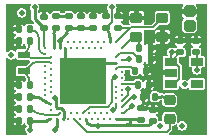
<source format=gtl>
G04 #@! TF.GenerationSoftware,KiCad,Pcbnew,(6.0.2-0)*
G04 #@! TF.CreationDate,2022-10-10T18:33:33+08:00*
G04 #@! TF.ProjectId,Revolute,5265766f-6c75-4746-952e-6b696361645f,rev?*
G04 #@! TF.SameCoordinates,Original*
G04 #@! TF.FileFunction,Copper,L1,Top*
G04 #@! TF.FilePolarity,Positive*
%FSLAX46Y46*%
G04 Gerber Fmt 4.6, Leading zero omitted, Abs format (unit mm)*
G04 Created by KiCad (PCBNEW (6.0.2-0)) date 2022-10-10 18:33:33*
%MOMM*%
%LPD*%
G01*
G04 APERTURE LIST*
G04 Aperture macros list*
%AMRoundRect*
0 Rectangle with rounded corners*
0 $1 Rounding radius*
0 $2 $3 $4 $5 $6 $7 $8 $9 X,Y pos of 4 corners*
0 Add a 4 corners polygon primitive as box body*
4,1,4,$2,$3,$4,$5,$6,$7,$8,$9,$2,$3,0*
0 Add four circle primitives for the rounded corners*
1,1,$1+$1,$2,$3*
1,1,$1+$1,$4,$5*
1,1,$1+$1,$6,$7*
1,1,$1+$1,$8,$9*
0 Add four rect primitives between the rounded corners*
20,1,$1+$1,$2,$3,$4,$5,0*
20,1,$1+$1,$4,$5,$6,$7,0*
20,1,$1+$1,$6,$7,$8,$9,0*
20,1,$1+$1,$8,$9,$2,$3,0*%
G04 Aperture macros list end*
G04 #@! TA.AperFunction,SMDPad,CuDef*
%ADD10RoundRect,0.135000X-0.135000X-0.185000X0.135000X-0.185000X0.135000X0.185000X-0.135000X0.185000X0*%
G04 #@! TD*
G04 #@! TA.AperFunction,SMDPad,CuDef*
%ADD11RoundRect,0.140000X-0.170000X0.140000X-0.170000X-0.140000X0.170000X-0.140000X0.170000X0.140000X0*%
G04 #@! TD*
G04 #@! TA.AperFunction,SMDPad,CuDef*
%ADD12RoundRect,0.140000X0.170000X-0.140000X0.170000X0.140000X-0.170000X0.140000X-0.170000X-0.140000X0*%
G04 #@! TD*
G04 #@! TA.AperFunction,SMDPad,CuDef*
%ADD13RoundRect,0.140000X0.140000X0.170000X-0.140000X0.170000X-0.140000X-0.170000X0.140000X-0.170000X0*%
G04 #@! TD*
G04 #@! TA.AperFunction,SMDPad,CuDef*
%ADD14RoundRect,0.147500X-0.172500X0.147500X-0.172500X-0.147500X0.172500X-0.147500X0.172500X0.147500X0*%
G04 #@! TD*
G04 #@! TA.AperFunction,SMDPad,CuDef*
%ADD15RoundRect,0.147500X0.172500X-0.147500X0.172500X0.147500X-0.172500X0.147500X-0.172500X-0.147500X0*%
G04 #@! TD*
G04 #@! TA.AperFunction,SMDPad,CuDef*
%ADD16RoundRect,0.150000X-0.350000X-0.300000X0.350000X-0.300000X0.350000X0.300000X-0.350000X0.300000X0*%
G04 #@! TD*
G04 #@! TA.AperFunction,SMDPad,CuDef*
%ADD17RoundRect,0.140000X-0.140000X-0.170000X0.140000X-0.170000X0.140000X0.170000X-0.140000X0.170000X0*%
G04 #@! TD*
G04 #@! TA.AperFunction,SMDPad,CuDef*
%ADD18C,0.250000*%
G04 #@! TD*
G04 #@! TA.AperFunction,SMDPad,CuDef*
%ADD19R,4.000000X4.000000*%
G04 #@! TD*
G04 #@! TA.AperFunction,SMDPad,CuDef*
%ADD20RoundRect,0.218750X-0.256250X0.218750X-0.256250X-0.218750X0.256250X-0.218750X0.256250X0.218750X0*%
G04 #@! TD*
G04 #@! TA.AperFunction,SMDPad,CuDef*
%ADD21RoundRect,0.250000X-0.250000X-0.250000X0.250000X-0.250000X0.250000X0.250000X-0.250000X0.250000X0*%
G04 #@! TD*
G04 #@! TA.AperFunction,SMDPad,CuDef*
%ADD22R,1.100000X0.600000*%
G04 #@! TD*
G04 #@! TA.AperFunction,SMDPad,CuDef*
%ADD23R,1.060000X0.650000*%
G04 #@! TD*
G04 #@! TA.AperFunction,ViaPad*
%ADD24C,0.500000*%
G04 #@! TD*
G04 #@! TA.AperFunction,Conductor*
%ADD25C,0.250000*%
G04 #@! TD*
G04 #@! TA.AperFunction,Conductor*
%ADD26C,0.150000*%
G04 #@! TD*
G04 APERTURE END LIST*
D10*
X177750000Y-90022132D03*
X178770000Y-90022132D03*
D11*
X177600000Y-91012132D03*
X177600000Y-91972132D03*
D12*
X169362780Y-84202132D03*
X169362780Y-83242132D03*
D13*
X168182780Y-92042132D03*
X167222780Y-92042132D03*
X168182780Y-89012132D03*
X167222780Y-89012132D03*
X168182780Y-85322132D03*
X167222780Y-85322132D03*
D14*
X170402780Y-83217132D03*
X170402780Y-84187132D03*
D12*
X173552780Y-84182132D03*
X173552780Y-83222132D03*
D15*
X171462780Y-84197132D03*
X171462780Y-83227132D03*
D13*
X178250000Y-89000000D03*
X177290000Y-89000000D03*
D16*
X177192780Y-84952132D03*
X179392780Y-84952132D03*
X179392780Y-83352132D03*
X177192780Y-83352132D03*
D11*
X175642780Y-83222132D03*
X175642780Y-84182132D03*
D12*
X180900000Y-86250000D03*
X180900000Y-85290000D03*
D13*
X168172780Y-84302132D03*
X167212780Y-84302132D03*
D17*
X167222780Y-90022132D03*
X168182780Y-90022132D03*
D18*
X171437780Y-85417132D03*
X171937780Y-85417132D03*
X172437780Y-85417132D03*
X172937780Y-85417132D03*
X173437780Y-85417132D03*
X173937780Y-85417132D03*
X174437780Y-85417132D03*
X174937780Y-85417132D03*
X175437780Y-85417132D03*
X175937780Y-90917132D03*
X169937780Y-91167132D03*
X170687780Y-91417132D03*
X171687780Y-91417132D03*
X172187780Y-91417132D03*
X172687780Y-91417132D03*
X173187780Y-91417132D03*
X173687780Y-91417132D03*
X174187780Y-91417132D03*
X174687780Y-91417132D03*
X175937780Y-91417132D03*
X169937780Y-91917132D03*
X170437780Y-91917132D03*
X170937780Y-91917132D03*
X171437780Y-91917132D03*
X171937780Y-91917132D03*
X172437780Y-91917132D03*
X172937780Y-91917132D03*
X173437780Y-91917132D03*
X173937780Y-91917132D03*
X174437780Y-91917132D03*
X174937780Y-91917132D03*
X175437780Y-91917132D03*
X169437780Y-85917132D03*
X170187780Y-85917132D03*
X170687780Y-85917132D03*
X171187780Y-85917132D03*
X171687780Y-85917132D03*
X172187780Y-85917132D03*
X172687780Y-85917132D03*
X173187780Y-85917132D03*
X173687780Y-85917132D03*
X174187780Y-85917132D03*
X175937780Y-85917132D03*
X169437780Y-86417132D03*
X169937780Y-86667132D03*
X175437780Y-86667132D03*
X175937780Y-86917132D03*
D19*
X172687780Y-88667132D03*
D18*
X169937780Y-87167132D03*
X175437780Y-87167132D03*
X169437780Y-87417132D03*
X169937780Y-87667132D03*
X175437780Y-87667132D03*
X169437780Y-87917132D03*
X175937780Y-87917132D03*
X169937780Y-88167132D03*
X169437780Y-88417132D03*
X175937780Y-88417132D03*
X169937780Y-88667132D03*
X169437780Y-88917132D03*
X175937780Y-88917132D03*
X169937780Y-89167132D03*
X175437780Y-89167132D03*
X169437780Y-89417132D03*
X175937780Y-89417132D03*
X169937780Y-89667132D03*
X175437780Y-89667132D03*
X169437780Y-89917132D03*
X175937780Y-89917132D03*
X175437780Y-90167132D03*
X169437780Y-90417132D03*
X175937780Y-90417132D03*
X169937780Y-90667132D03*
X175437780Y-90667132D03*
D20*
X180000000Y-90304632D03*
X180000000Y-91879632D03*
D21*
X181700000Y-84000000D03*
D13*
X178002780Y-87812132D03*
X177042780Y-87812132D03*
X178402780Y-86832132D03*
X177442780Y-86832132D03*
D21*
X181700000Y-82800000D03*
D11*
X178600000Y-91120000D03*
X178600000Y-92080000D03*
D22*
X167702780Y-86462132D03*
X167702780Y-87862132D03*
D12*
X174602780Y-84182132D03*
X174602780Y-83222132D03*
D17*
X167222780Y-91032132D03*
X168182780Y-91032132D03*
D13*
X178412780Y-85882132D03*
X177452780Y-85882132D03*
D12*
X172502780Y-84172132D03*
X172502780Y-83212132D03*
D23*
X180100000Y-87050000D03*
X180100000Y-88000000D03*
X180100000Y-88950000D03*
X182300000Y-88950000D03*
X182300000Y-87050000D03*
D12*
X182240000Y-86250000D03*
X182240000Y-85290000D03*
D24*
X171700000Y-87700000D03*
X178040000Y-89510000D03*
X179140000Y-86190000D03*
X173560000Y-82500000D03*
X172700000Y-87700000D03*
X166480000Y-92050000D03*
X176270000Y-83220000D03*
X178470000Y-85070000D03*
X181700000Y-82800000D03*
X166490000Y-85320000D03*
X166490000Y-91020000D03*
X179392780Y-84952132D03*
X173700000Y-87700000D03*
X181400000Y-90700000D03*
X166490000Y-84300000D03*
X166480000Y-90030000D03*
X166480000Y-89010000D03*
X169370000Y-82460000D03*
X172490000Y-82500000D03*
X181700000Y-84000000D03*
X168180000Y-90150000D03*
X173920000Y-92510000D03*
X175120000Y-82460000D03*
X168570000Y-82470000D03*
X182300000Y-87750000D03*
X176562780Y-86812132D03*
X170730000Y-85290000D03*
X167480000Y-82930000D03*
X180200000Y-86250000D03*
X168190000Y-92840000D03*
X166610000Y-86480000D03*
X170270000Y-92840000D03*
X170300000Y-90160000D03*
X177020000Y-90010000D03*
X175360000Y-88370000D03*
X181280000Y-88990000D03*
X176780000Y-90780000D03*
X176460000Y-89380000D03*
X181060000Y-92500000D03*
X175250000Y-91170000D03*
X179221417Y-92488583D03*
D25*
X171187780Y-85917132D02*
X171187780Y-87167132D01*
X166515320Y-85320000D02*
X166518726Y-85323406D01*
X166490000Y-85320000D02*
X166515320Y-85320000D01*
X173500000Y-87700000D02*
X174032868Y-87167132D01*
X172502780Y-83212132D02*
X172502780Y-82512780D01*
X178412780Y-85882132D02*
X178832132Y-85882132D01*
X178402780Y-86832132D02*
X178497868Y-86832132D01*
X169362780Y-83242132D02*
X169362780Y-82467220D01*
X166522132Y-85322132D02*
X167222780Y-85322132D01*
X171187780Y-87167132D02*
X172687780Y-88667132D01*
X178402780Y-87412132D02*
X178402780Y-86832132D01*
X167212780Y-84302132D02*
X166492132Y-84302132D01*
X177750000Y-89800000D02*
X177750000Y-90022132D01*
X178339584Y-91012132D02*
X177600000Y-91012132D01*
X175642780Y-83222132D02*
X176267868Y-83222132D01*
X167222780Y-90022132D02*
X166487868Y-90022132D01*
X167222780Y-91032132D02*
X166502132Y-91032132D01*
X177192780Y-83352132D02*
X176402132Y-83352132D01*
D26*
X173552780Y-82507220D02*
X173560000Y-82500000D01*
D25*
X178040000Y-89510000D02*
X177750000Y-89800000D01*
D26*
X173552780Y-83222132D02*
X173552780Y-82507220D01*
D25*
X173500000Y-87700000D02*
X173500000Y-87854912D01*
X179392780Y-84952132D02*
X178587868Y-84952132D01*
X178412780Y-85882132D02*
X178412780Y-85127220D01*
X173500000Y-87854912D02*
X172687780Y-88667132D01*
X177750000Y-90022132D02*
X177880796Y-89891336D01*
X167222780Y-89012132D02*
X166482132Y-89012132D01*
X177750000Y-90022132D02*
X177750000Y-90650000D01*
X167222780Y-92042132D02*
X166487868Y-92042132D01*
X174032868Y-87167132D02*
X175437780Y-87167132D01*
X178250000Y-89000000D02*
G75*
G02*
X178290000Y-88960000I40001J-1D01*
G01*
X179140000Y-86190000D02*
G75*
G02*
X178497868Y-86832132I-642132J0D01*
G01*
X177600000Y-91012132D02*
G75*
G03*
X177750000Y-90650000I-362137J362134D01*
G01*
X172490000Y-82500000D02*
G75*
G02*
X172502780Y-82512780I1J-12779D01*
G01*
X179140000Y-86190000D02*
G75*
G03*
X178832132Y-85882132I-307866J2D01*
G01*
X178249999Y-89000000D02*
G75*
G02*
X177880795Y-89891335I-1260540J1D01*
G01*
X166480000Y-90030000D02*
G75*
G02*
X166487868Y-90022132I7866J2D01*
G01*
X166522132Y-85322132D02*
G75*
G03*
X166518726Y-85323406I-950J-2650D01*
G01*
X176270000Y-83220000D02*
G75*
G03*
X176402132Y-83352132I132133J1D01*
G01*
X176270000Y-83220000D02*
G75*
G02*
X176267868Y-83222132I-2130J-2D01*
G01*
D26*
X179828243Y-84771758D02*
G75*
G02*
X179392780Y-84952132I-435464J435468D01*
G01*
D25*
X166480000Y-92050000D02*
G75*
G02*
X166487868Y-92042132I7866J2D01*
G01*
X178402780Y-87412132D02*
G75*
G02*
X178002780Y-87812132I-399999J-1D01*
G01*
X166480000Y-89010000D02*
G75*
G03*
X166482132Y-89012132I2130J-2D01*
G01*
X178470000Y-85070000D02*
G75*
G02*
X178587868Y-84952132I117869J-1D01*
G01*
X166490000Y-91020000D02*
G75*
G03*
X166502132Y-91032132I12131J-1D01*
G01*
X166490000Y-84300000D02*
G75*
G03*
X166492132Y-84302132I2130J-2D01*
G01*
X169370000Y-82460000D02*
G75*
G03*
X169362780Y-82467220I1J-7221D01*
G01*
X178470000Y-85070000D02*
G75*
G03*
X178412780Y-85127220I-1J-57219D01*
G01*
X178339584Y-91012133D02*
G75*
G02*
X178599999Y-91120001I0J-368283D01*
G01*
D26*
X177452780Y-85212132D02*
X177192780Y-84952132D01*
X175937780Y-85917132D02*
X176752780Y-85102132D01*
X176752780Y-85102132D02*
X177192780Y-85102132D01*
X177452780Y-85882132D02*
X177452780Y-85212132D01*
X178592780Y-84152132D02*
X179392780Y-83352132D01*
X175437780Y-85417132D02*
X176702780Y-84152132D01*
X175642780Y-84182132D02*
X176672780Y-84182132D01*
X176702780Y-84152132D02*
X178592780Y-84152132D01*
X176672780Y-84182132D02*
X176702780Y-84152132D01*
X175604912Y-87500000D02*
X175437780Y-87667132D01*
X176730648Y-87500000D02*
X175604912Y-87500000D01*
X177042780Y-87812132D02*
X176730648Y-87500000D01*
X168690000Y-84540000D02*
X168649664Y-84499664D01*
X168940000Y-85919352D02*
X168940000Y-85143553D01*
X168940000Y-85919352D02*
G75*
G03*
X169437780Y-86417132I497779J-1D01*
G01*
X168690000Y-84540000D02*
G75*
G02*
X168940000Y-85143553I-603552J-603553D01*
G01*
X168172780Y-84302133D02*
G75*
G02*
X168649663Y-84499665I0J-674415D01*
G01*
D25*
X168182780Y-90022132D02*
X168484166Y-90022132D01*
D26*
X168182780Y-90147220D02*
X168182780Y-90022132D01*
X182300000Y-86310000D02*
X182240000Y-86250000D01*
D25*
X176822868Y-91917132D02*
X177467219Y-91917132D01*
X175437780Y-91917132D02*
X176822868Y-91917132D01*
D26*
X169362780Y-85736066D02*
X169362780Y-84202132D01*
D25*
X174760000Y-92430000D02*
X176070000Y-92430000D01*
D26*
X175120000Y-83664912D02*
X175120000Y-82460000D01*
X182300000Y-87050000D02*
X182300000Y-86310000D01*
D25*
X176070000Y-92430000D02*
X178250000Y-92430000D01*
D26*
X168180000Y-90150000D02*
X168182780Y-90147220D01*
D25*
X168570000Y-83409352D02*
X169362780Y-84202132D01*
D26*
X182300000Y-87750000D02*
X182300000Y-87050000D01*
X182300000Y-87750000D02*
X182300000Y-86310000D01*
D25*
X176070000Y-92430000D02*
X176310000Y-92430000D01*
X168570000Y-82470000D02*
X168570000Y-83409352D01*
D26*
X174602780Y-84182132D02*
X175120000Y-83664912D01*
X177600000Y-91972132D02*
X177545000Y-91917132D01*
D25*
X169511004Y-90490355D02*
X169437780Y-90417132D01*
X173340000Y-92430000D02*
X174760000Y-92430000D01*
X172937780Y-91917132D02*
X172937780Y-92027780D01*
X174937780Y-84990893D02*
X174937780Y-85417132D01*
X169511004Y-90490355D02*
G75*
G03*
X169937780Y-90667132I426776J426774D01*
G01*
X176822868Y-91917132D02*
G75*
G02*
X176310000Y-92430000I-512870J2D01*
G01*
D26*
X169362781Y-85736066D02*
G75*
G03*
X169437780Y-85917132I256052J-6D01*
G01*
D25*
X177600000Y-91972132D02*
G75*
G03*
X177467219Y-91917132I-132782J-132782D01*
G01*
X174937779Y-84990893D02*
G75*
G03*
X174602779Y-84182133I-1143765J-2D01*
G01*
X173340000Y-92430000D02*
G75*
G02*
X172937780Y-92027780I2J402222D01*
G01*
X169437780Y-90417132D02*
G75*
G03*
X168484166Y-90022132I-953614J-953613D01*
G01*
X178600000Y-92080000D02*
G75*
G02*
X178250000Y-92430000I-350001J1D01*
G01*
D26*
X177207132Y-88917132D02*
X177290000Y-89000000D01*
X175937780Y-88917132D02*
X177207132Y-88917132D01*
X176562780Y-86812132D02*
X176457780Y-86917132D01*
D25*
X171300083Y-84589917D02*
X170821924Y-85068076D01*
D26*
X176457780Y-86917132D02*
X175937780Y-86917132D01*
D25*
X173552780Y-84182132D02*
X171498993Y-84182132D01*
X170687780Y-85917132D02*
X170687780Y-85332220D01*
X171300083Y-84589917D02*
G75*
G03*
X171462780Y-84197132I-392777J392782D01*
G01*
X170730000Y-85290000D02*
G75*
G03*
X170687780Y-85332220I0J-42220D01*
G01*
X170730000Y-85290000D02*
G75*
G02*
X170821924Y-85068076I313842J2D01*
G01*
X171462780Y-84197132D02*
G75*
G02*
X171498993Y-84182132I36212J-36210D01*
G01*
D26*
X177399698Y-86822132D02*
X177432780Y-86822132D01*
X175782780Y-86322132D02*
X176899698Y-86322132D01*
X175437780Y-86667132D02*
X175782780Y-86322132D01*
X176899698Y-86322132D02*
X177399698Y-86822132D01*
X169937780Y-86667132D02*
X169868269Y-86736643D01*
X167689470Y-86448823D02*
X167702780Y-86462132D01*
X167702780Y-86462132D02*
X167716089Y-86448823D01*
X169868269Y-86736643D02*
X168365508Y-86736643D01*
X167702780Y-86462132D02*
G75*
G03*
X168365508Y-86736643I662727J662726D01*
G01*
X168182779Y-85322132D02*
G75*
G02*
X167716089Y-86448823I-1593379J-1D01*
G01*
X167709018Y-87868371D02*
X167702780Y-87862132D01*
X167696542Y-87868371D02*
X167702780Y-87862132D01*
X169751567Y-87090000D02*
X168670000Y-87090000D01*
X168336964Y-87227948D02*
X167702780Y-87862132D01*
X168336964Y-87227948D02*
G75*
G02*
X168670000Y-87090000I333038J-333040D01*
G01*
X167709018Y-87868371D02*
G75*
G02*
X168182780Y-89012132I-1143762J-1143762D01*
G01*
X169751567Y-87090000D02*
G75*
G02*
X169937780Y-87167132I0J-263344D01*
G01*
X170562780Y-91542132D02*
X169414028Y-91542132D01*
X170687780Y-91417132D02*
X170562780Y-91542132D01*
X168182780Y-91032132D02*
G75*
G03*
X169414028Y-91542132I1231249J1231249D01*
G01*
X180100000Y-87050000D02*
X180900000Y-86250000D01*
X180100000Y-87050000D02*
X180100000Y-86350000D01*
X180200000Y-86250000D02*
X180900000Y-86250000D01*
X180394022Y-88950000D02*
X180824511Y-88519511D01*
X180100000Y-86350000D02*
X180200000Y-86250000D01*
X180394022Y-87050000D02*
X180100000Y-87050000D01*
D25*
X169636004Y-92042132D02*
X168182780Y-92042132D01*
D26*
X180824511Y-88519511D02*
X180824511Y-87480489D01*
X180824511Y-87480489D02*
X180394022Y-87050000D01*
D25*
X168182780Y-92042132D02*
X168182780Y-92832780D01*
D26*
X180100000Y-88950000D02*
X180394022Y-88950000D01*
D25*
X169636004Y-92042132D02*
G75*
G03*
X169937780Y-91917132I2J426770D01*
G01*
X168190000Y-92840000D02*
G75*
G02*
X168182780Y-92832780I1J7221D01*
G01*
X178770000Y-90022132D02*
X179317985Y-90022132D01*
X180000000Y-90304632D02*
G75*
G03*
X179317985Y-90022132I-682020J-682026D01*
G01*
D26*
X173000648Y-92980000D02*
X171937780Y-91917132D01*
X180000000Y-91879632D02*
X180000000Y-92790000D01*
X180000000Y-92790000D02*
X179810000Y-92980000D01*
X179810000Y-92980000D02*
X173000648Y-92980000D01*
D25*
X170437780Y-92590802D02*
X170437780Y-91917132D01*
X170270000Y-92840000D02*
X170378785Y-92840000D01*
X170378785Y-92840000D02*
X170394494Y-92824291D01*
X170437779Y-92590802D02*
G75*
G02*
X170394493Y-92824291I-701707J9331D01*
G01*
X171057291Y-91264074D02*
X171057291Y-91797621D01*
X170467101Y-90980000D02*
X170773217Y-90980000D01*
X170359731Y-90872630D02*
X170467101Y-90980000D01*
X170773217Y-90980000D02*
X171057291Y-91264074D01*
X170359731Y-90219731D02*
X170359731Y-90872630D01*
X171057291Y-91797621D02*
X170937780Y-91917132D01*
X170300000Y-90160000D02*
X170359731Y-90219731D01*
X171462780Y-83227132D02*
X170426922Y-83227132D01*
X170402780Y-83217132D02*
G75*
G03*
X170426922Y-83227132I24142J24141D01*
G01*
X170187780Y-85917132D02*
X170187780Y-84706187D01*
X170402780Y-84187132D02*
G75*
G03*
X170187780Y-84706187I519060J-519058D01*
G01*
D26*
X177020000Y-90010000D02*
X176844912Y-90010000D01*
X176844912Y-90010000D02*
X175937780Y-90917132D01*
X175118269Y-90511731D02*
X174768357Y-90861643D01*
X175360000Y-88370000D02*
X175118269Y-88611731D01*
X174768357Y-90861643D02*
X173243269Y-90861643D01*
X175118269Y-88611731D02*
X175118269Y-90511731D01*
X173243269Y-90861643D02*
X172687780Y-91417132D01*
X175937780Y-91417132D02*
X176142868Y-91417132D01*
X176142868Y-91417132D02*
X176780000Y-90780000D01*
X175937780Y-90417132D02*
X176444912Y-89910000D01*
X176444912Y-89910000D02*
X176460000Y-89910000D01*
X176460000Y-89910000D02*
X176460000Y-89380000D01*
X175250000Y-91170000D02*
X175437780Y-90982220D01*
X175437780Y-90982220D02*
X175437780Y-90667132D01*
G04 #@! TA.AperFunction,Conductor*
G36*
X166261000Y-86698841D02*
G01*
X166281350Y-86717165D01*
X166281950Y-86718342D01*
X166371658Y-86808050D01*
X166376848Y-86810694D01*
X166376850Y-86810696D01*
X166479502Y-86863000D01*
X166479505Y-86863001D01*
X166484696Y-86865646D01*
X166490448Y-86866557D01*
X166490451Y-86866558D01*
X166604248Y-86884581D01*
X166610000Y-86885492D01*
X166615752Y-86884581D01*
X166729549Y-86866558D01*
X166729552Y-86866557D01*
X166735304Y-86865646D01*
X166740495Y-86863001D01*
X166740498Y-86863000D01*
X166843150Y-86810696D01*
X166843152Y-86810694D01*
X166848342Y-86808050D01*
X166884005Y-86772387D01*
X166929881Y-86750995D01*
X166978776Y-86764096D01*
X167006764Y-86806989D01*
X167006802Y-86806973D01*
X167006887Y-86807178D01*
X167008909Y-86810277D01*
X167011013Y-86820854D01*
X167044276Y-86870636D01*
X167094058Y-86903899D01*
X167101204Y-86905320D01*
X167101205Y-86905321D01*
X167134390Y-86911922D01*
X167134391Y-86911922D01*
X167137960Y-86912632D01*
X168012904Y-86912632D01*
X168030179Y-86914677D01*
X168141125Y-86941313D01*
X168183335Y-86969251D01*
X168197712Y-87017786D01*
X168177090Y-87063566D01*
X168174388Y-87065371D01*
X168170338Y-87071432D01*
X168165855Y-87078141D01*
X168156653Y-87089354D01*
X167856049Y-87389958D01*
X167810173Y-87411350D01*
X167803723Y-87411632D01*
X167137960Y-87411632D01*
X167134391Y-87412342D01*
X167134390Y-87412342D01*
X167101205Y-87418943D01*
X167101204Y-87418944D01*
X167094058Y-87420365D01*
X167044276Y-87453628D01*
X167011013Y-87503410D01*
X167009592Y-87510556D01*
X167009591Y-87510557D01*
X167004601Y-87535644D01*
X167002280Y-87547312D01*
X167002280Y-88176952D01*
X167002990Y-88180521D01*
X167002990Y-88180522D01*
X167006865Y-88200000D01*
X167011013Y-88220854D01*
X167044276Y-88270636D01*
X167094058Y-88303899D01*
X167101204Y-88305320D01*
X167101205Y-88305321D01*
X167134390Y-88311922D01*
X167134391Y-88311922D01*
X167137960Y-88312632D01*
X167723047Y-88312632D01*
X167770613Y-88329945D01*
X167789416Y-88353903D01*
X167849173Y-88475078D01*
X167852877Y-88484021D01*
X167872831Y-88542804D01*
X167871727Y-88593411D01*
X167855130Y-88618870D01*
X167803760Y-88670330D01*
X167803759Y-88670332D01*
X167798933Y-88675166D01*
X167775567Y-88728018D01*
X167770204Y-88740150D01*
X167735137Y-88776655D01*
X167684809Y-88782078D01*
X167642770Y-88753882D01*
X167634894Y-88740268D01*
X167608689Y-88681271D01*
X167601082Y-88670204D01*
X167534292Y-88603531D01*
X167523211Y-88595943D01*
X167435739Y-88557272D01*
X167432490Y-88556386D01*
X167425392Y-88558070D01*
X167422780Y-88561581D01*
X167422780Y-89138132D01*
X167405467Y-89185698D01*
X167361630Y-89211008D01*
X167348780Y-89212132D01*
X166805828Y-89212132D01*
X166795832Y-89215770D01*
X166792780Y-89221057D01*
X166792780Y-89223031D01*
X166793038Y-89227379D01*
X166795133Y-89244992D01*
X166798042Y-89255575D01*
X166836871Y-89342993D01*
X166844478Y-89354060D01*
X166911268Y-89420733D01*
X166922349Y-89428321D01*
X166970132Y-89449446D01*
X167006636Y-89484514D01*
X167012058Y-89534842D01*
X166983862Y-89576881D01*
X166970250Y-89584756D01*
X166921917Y-89606225D01*
X166910852Y-89613830D01*
X166844179Y-89680620D01*
X166836591Y-89691701D01*
X166797918Y-89779176D01*
X166795026Y-89789786D01*
X166793028Y-89806922D01*
X166792886Y-89809374D01*
X166796418Y-89819080D01*
X166801705Y-89822132D01*
X167348780Y-89822132D01*
X167396346Y-89839445D01*
X167421656Y-89883282D01*
X167422780Y-89896132D01*
X167422780Y-90148132D01*
X167405467Y-90195698D01*
X167361630Y-90221008D01*
X167348780Y-90222132D01*
X166805828Y-90222132D01*
X166795832Y-90225770D01*
X166792780Y-90231057D01*
X166792780Y-90233031D01*
X166793038Y-90237379D01*
X166795133Y-90254992D01*
X166798042Y-90265575D01*
X166836871Y-90352993D01*
X166844478Y-90364060D01*
X166911268Y-90430733D01*
X166922349Y-90438321D01*
X166970132Y-90459446D01*
X167006636Y-90494514D01*
X167012058Y-90544842D01*
X166983862Y-90586881D01*
X166970250Y-90594756D01*
X166921917Y-90616225D01*
X166910852Y-90623830D01*
X166844179Y-90690620D01*
X166836591Y-90701701D01*
X166797918Y-90789176D01*
X166795026Y-90799786D01*
X166793028Y-90816922D01*
X166792886Y-90819374D01*
X166796418Y-90829080D01*
X166801705Y-90832132D01*
X167348780Y-90832132D01*
X167396346Y-90849445D01*
X167421656Y-90893282D01*
X167422780Y-90906132D01*
X167422780Y-91158132D01*
X167405467Y-91205698D01*
X167361630Y-91231008D01*
X167348780Y-91232132D01*
X166805828Y-91232132D01*
X166795832Y-91235770D01*
X166792780Y-91241057D01*
X166792780Y-91243031D01*
X166793038Y-91247379D01*
X166795133Y-91264992D01*
X166798042Y-91275575D01*
X166836871Y-91362993D01*
X166844478Y-91374060D01*
X166911268Y-91440733D01*
X166922349Y-91448321D01*
X166970132Y-91469446D01*
X167006636Y-91504514D01*
X167012058Y-91554842D01*
X166983862Y-91596881D01*
X166970250Y-91604756D01*
X166921917Y-91626225D01*
X166910852Y-91633830D01*
X166844179Y-91700620D01*
X166836591Y-91711701D01*
X166797918Y-91799176D01*
X166795026Y-91809786D01*
X166793028Y-91826922D01*
X166792886Y-91829374D01*
X166796418Y-91839080D01*
X166801705Y-91842132D01*
X167348780Y-91842132D01*
X167396346Y-91859445D01*
X167421656Y-91903282D01*
X167422780Y-91916132D01*
X167422780Y-92487071D01*
X167426418Y-92497067D01*
X167429350Y-92498759D01*
X167436223Y-92496870D01*
X167523641Y-92458041D01*
X167534708Y-92450434D01*
X167601381Y-92383644D01*
X167608969Y-92372563D01*
X167634809Y-92314114D01*
X167669877Y-92277610D01*
X167720204Y-92272188D01*
X167762243Y-92300383D01*
X167770118Y-92313996D01*
X167772214Y-92318713D01*
X167796324Y-92372993D01*
X167799224Y-92379523D01*
X167837626Y-92417858D01*
X167870978Y-92451152D01*
X167870980Y-92451153D01*
X167875814Y-92455979D01*
X167876860Y-92456441D01*
X167904554Y-92495123D01*
X167907280Y-92515024D01*
X167907280Y-92525676D01*
X167889967Y-92573242D01*
X167885606Y-92578002D01*
X167861950Y-92601658D01*
X167859306Y-92606848D01*
X167859304Y-92606850D01*
X167807593Y-92708339D01*
X167804354Y-92714696D01*
X167803443Y-92720448D01*
X167803442Y-92720451D01*
X167794338Y-92777934D01*
X167784508Y-92840000D01*
X167785419Y-92845752D01*
X167803442Y-92959549D01*
X167803443Y-92959552D01*
X167804354Y-92965304D01*
X167806999Y-92970495D01*
X167807000Y-92970498D01*
X167859304Y-93073150D01*
X167859306Y-93073152D01*
X167861950Y-93078342D01*
X167907282Y-93123674D01*
X167928674Y-93169550D01*
X167915573Y-93218445D01*
X167874109Y-93247479D01*
X167854956Y-93250000D01*
X166224000Y-93250000D01*
X166176434Y-93232687D01*
X166151124Y-93188850D01*
X166150000Y-93176000D01*
X166150000Y-92253031D01*
X166792780Y-92253031D01*
X166793038Y-92257379D01*
X166795133Y-92274992D01*
X166798042Y-92285575D01*
X166836871Y-92372993D01*
X166844478Y-92384060D01*
X166911268Y-92450733D01*
X166922349Y-92458321D01*
X167009821Y-92496992D01*
X167013070Y-92497878D01*
X167020168Y-92496194D01*
X167022780Y-92492683D01*
X167022780Y-92255180D01*
X167019142Y-92245184D01*
X167013855Y-92242132D01*
X166805828Y-92242132D01*
X166795832Y-92245770D01*
X166792780Y-92251057D01*
X166792780Y-92253031D01*
X166150000Y-92253031D01*
X166150000Y-88799374D01*
X166792886Y-88799374D01*
X166796418Y-88809080D01*
X166801705Y-88812132D01*
X167009732Y-88812132D01*
X167019728Y-88808494D01*
X167022780Y-88803207D01*
X167022780Y-88567193D01*
X167019142Y-88557197D01*
X167016210Y-88555505D01*
X167009337Y-88557394D01*
X166921919Y-88596223D01*
X166910852Y-88603830D01*
X166844179Y-88670620D01*
X166836591Y-88681701D01*
X166797918Y-88769176D01*
X166795026Y-88779786D01*
X166793028Y-88796922D01*
X166792886Y-88799374D01*
X166150000Y-88799374D01*
X166150000Y-86762927D01*
X166167313Y-86715361D01*
X166211150Y-86690051D01*
X166261000Y-86698841D01*
G37*
G04 #@! TD.AperFunction*
G04 #@! TA.AperFunction,Conductor*
G36*
X181153228Y-82167313D02*
G01*
X181178538Y-82211150D01*
X181169748Y-82261000D01*
X181157988Y-82276326D01*
X181126478Y-82307836D01*
X181119713Y-82317147D01*
X181067481Y-82419658D01*
X181063923Y-82430607D01*
X181050455Y-82515646D01*
X181050000Y-82521428D01*
X181050000Y-82586952D01*
X181053638Y-82596948D01*
X181058925Y-82600000D01*
X182336951Y-82600000D01*
X182346947Y-82596362D01*
X182349999Y-82591075D01*
X182349999Y-82521429D01*
X182349544Y-82515646D01*
X182336076Y-82430606D01*
X182332519Y-82419660D01*
X182280287Y-82317147D01*
X182273522Y-82307836D01*
X182242012Y-82276326D01*
X182220620Y-82230450D01*
X182233721Y-82181555D01*
X182275185Y-82152521D01*
X182294338Y-82150000D01*
X183076000Y-82150000D01*
X183123566Y-82167313D01*
X183148876Y-82211150D01*
X183150000Y-82224000D01*
X183150000Y-93176000D01*
X183132687Y-93223566D01*
X183088850Y-93248876D01*
X183076000Y-93250000D01*
X180041140Y-93250000D01*
X179993574Y-93232687D01*
X179968264Y-93188850D01*
X179977054Y-93139000D01*
X179979576Y-93135529D01*
X179981323Y-93134260D01*
X179985572Y-93126900D01*
X179997333Y-93111572D01*
X180153899Y-92955006D01*
X180156709Y-92952339D01*
X180180730Y-92930710D01*
X180186509Y-92925507D01*
X180196417Y-92903254D01*
X180201957Y-92893050D01*
X180208483Y-92883000D01*
X180215226Y-92872617D01*
X180216443Y-92864935D01*
X180216444Y-92864932D01*
X180216557Y-92864219D01*
X180222041Y-92845703D01*
X180222337Y-92845038D01*
X180222338Y-92845035D01*
X180225500Y-92837932D01*
X180225500Y-92813572D01*
X180226411Y-92801996D01*
X180229005Y-92785617D01*
X180230222Y-92777934D01*
X180228209Y-92770422D01*
X180228209Y-92770418D01*
X180228022Y-92769721D01*
X180225500Y-92750568D01*
X180225500Y-92541027D01*
X180242813Y-92493461D01*
X180286650Y-92468151D01*
X180290828Y-92467631D01*
X180291250Y-92467631D01*
X180339325Y-92460555D01*
X180358133Y-92457787D01*
X180358134Y-92457787D01*
X180363825Y-92456949D01*
X180368989Y-92454414D01*
X180368991Y-92454413D01*
X180468678Y-92405468D01*
X180474171Y-92402771D01*
X180545680Y-92331137D01*
X180591537Y-92309706D01*
X180640442Y-92322765D01*
X180669512Y-92364204D01*
X180671139Y-92394995D01*
X180654508Y-92500000D01*
X180655419Y-92505752D01*
X180673442Y-92619549D01*
X180673443Y-92619552D01*
X180674354Y-92625304D01*
X180676999Y-92630495D01*
X180677000Y-92630498D01*
X180729304Y-92733150D01*
X180729306Y-92733152D01*
X180731950Y-92738342D01*
X180821658Y-92828050D01*
X180826848Y-92830694D01*
X180826850Y-92830696D01*
X180929502Y-92883000D01*
X180929505Y-92883001D01*
X180934696Y-92885646D01*
X180940448Y-92886557D01*
X180940451Y-92886558D01*
X181054248Y-92904581D01*
X181060000Y-92905492D01*
X181065752Y-92904581D01*
X181179549Y-92886558D01*
X181179552Y-92886557D01*
X181185304Y-92885646D01*
X181190495Y-92883001D01*
X181190498Y-92883000D01*
X181293150Y-92830696D01*
X181293152Y-92830694D01*
X181298342Y-92828050D01*
X181388050Y-92738342D01*
X181390694Y-92733152D01*
X181390696Y-92733150D01*
X181443000Y-92630498D01*
X181443001Y-92630495D01*
X181445646Y-92625304D01*
X181446557Y-92619552D01*
X181446558Y-92619549D01*
X181464581Y-92505752D01*
X181465492Y-92500000D01*
X181463016Y-92484365D01*
X181446558Y-92380451D01*
X181446557Y-92380448D01*
X181445646Y-92374696D01*
X181443000Y-92369502D01*
X181390696Y-92266850D01*
X181390694Y-92266848D01*
X181388050Y-92261658D01*
X181298342Y-92171950D01*
X181293152Y-92169306D01*
X181293150Y-92169304D01*
X181190498Y-92117000D01*
X181190495Y-92116999D01*
X181185304Y-92114354D01*
X181179552Y-92113443D01*
X181179549Y-92113442D01*
X181065752Y-92095419D01*
X181060000Y-92094508D01*
X181054248Y-92095419D01*
X180940451Y-92113442D01*
X180940448Y-92113443D01*
X180934696Y-92114354D01*
X180929505Y-92116999D01*
X180929502Y-92117000D01*
X180826850Y-92169304D01*
X180826848Y-92169306D01*
X180821658Y-92171950D01*
X180743166Y-92250442D01*
X180697290Y-92271834D01*
X180648395Y-92258733D01*
X180619361Y-92217269D01*
X180617615Y-92187434D01*
X180625113Y-92136036D01*
X180625500Y-92133383D01*
X180625499Y-91625882D01*
X180624621Y-91619912D01*
X180615655Y-91558999D01*
X180615655Y-91558998D01*
X180614817Y-91553307D01*
X180610507Y-91544527D01*
X180563336Y-91448454D01*
X180560639Y-91442961D01*
X180556309Y-91438639D01*
X180556308Y-91438637D01*
X180477973Y-91360438D01*
X180477971Y-91360437D01*
X180473640Y-91356113D01*
X180468142Y-91353426D01*
X180468140Y-91353424D01*
X180399761Y-91320000D01*
X180363199Y-91302128D01*
X180291251Y-91291632D01*
X180001029Y-91291632D01*
X179708750Y-91291633D01*
X179706082Y-91292026D01*
X179706078Y-91292026D01*
X179641867Y-91301477D01*
X179641866Y-91301477D01*
X179636175Y-91302315D01*
X179631011Y-91304850D01*
X179631009Y-91304851D01*
X179573761Y-91332959D01*
X179525829Y-91356493D01*
X179521507Y-91360823D01*
X179521505Y-91360824D01*
X179443306Y-91439159D01*
X179438981Y-91443492D01*
X179436294Y-91448990D01*
X179436292Y-91448992D01*
X179417927Y-91486564D01*
X179384996Y-91553933D01*
X179374500Y-91625881D01*
X179374501Y-91866438D01*
X179374501Y-92020694D01*
X179357188Y-92068260D01*
X179313351Y-92093570D01*
X179288925Y-92093783D01*
X179227169Y-92084002D01*
X179221417Y-92083091D01*
X179146075Y-92095024D01*
X179096387Y-92085365D01*
X179064532Y-92046027D01*
X179060500Y-92021935D01*
X179060500Y-91896842D01*
X179057486Y-91871511D01*
X179037681Y-91826922D01*
X179016329Y-91778851D01*
X179016328Y-91778849D01*
X179013556Y-91772609D01*
X178975154Y-91734274D01*
X178941802Y-91700980D01*
X178941800Y-91700979D01*
X178936966Y-91696153D01*
X178871982Y-91667424D01*
X178835477Y-91632357D01*
X178830054Y-91582029D01*
X178858250Y-91539990D01*
X178871864Y-91532114D01*
X178930861Y-91505909D01*
X178941928Y-91498302D01*
X179008601Y-91431512D01*
X179016189Y-91420431D01*
X179054860Y-91332959D01*
X179055746Y-91329710D01*
X179054062Y-91322612D01*
X179050551Y-91320000D01*
X178474000Y-91320000D01*
X178426434Y-91302687D01*
X178401124Y-91258850D01*
X178400000Y-91246000D01*
X178400000Y-90906952D01*
X178800000Y-90906952D01*
X178803638Y-90916948D01*
X178808925Y-90920000D01*
X179044939Y-90920000D01*
X179054935Y-90916362D01*
X179056627Y-90913430D01*
X179054738Y-90906557D01*
X179015909Y-90819139D01*
X179008302Y-90808072D01*
X178941512Y-90741399D01*
X178930431Y-90733811D01*
X178842956Y-90695138D01*
X178832346Y-90692246D01*
X178815210Y-90690248D01*
X178812758Y-90690106D01*
X178803052Y-90693638D01*
X178800000Y-90698925D01*
X178800000Y-90906952D01*
X178400000Y-90906952D01*
X178400000Y-90703048D01*
X178396362Y-90693052D01*
X178391075Y-90690000D01*
X178389101Y-90690000D01*
X178384753Y-90690258D01*
X178367140Y-90692353D01*
X178356557Y-90695262D01*
X178269139Y-90734091D01*
X178258072Y-90741698D01*
X178191398Y-90808488D01*
X178185935Y-90816467D01*
X178144776Y-90845933D01*
X178141101Y-90845650D01*
X178149320Y-90892263D01*
X178146468Y-90901635D01*
X178146603Y-90901672D01*
X178142246Y-90917654D01*
X178140248Y-90934790D01*
X178140000Y-90939060D01*
X178140000Y-91139299D01*
X178122687Y-91186865D01*
X178078850Y-91212175D01*
X178055282Y-91212519D01*
X178052638Y-91212132D01*
X177474000Y-91212132D01*
X177426434Y-91194819D01*
X177401124Y-91150982D01*
X177400000Y-91138132D01*
X177400000Y-90886132D01*
X177417313Y-90838566D01*
X177461150Y-90813256D01*
X177474000Y-90812132D01*
X178044939Y-90812132D01*
X178051134Y-90809877D01*
X178061454Y-90809877D01*
X178058141Y-90806633D01*
X178057058Y-90803731D01*
X178056991Y-90803761D01*
X178015909Y-90711271D01*
X178008302Y-90700204D01*
X177941510Y-90633529D01*
X177924873Y-90622137D01*
X177895406Y-90580979D01*
X177899289Y-90530509D01*
X177934706Y-90494343D01*
X177947069Y-90489725D01*
X177957264Y-90486923D01*
X178042980Y-90448850D01*
X178054047Y-90441243D01*
X178119406Y-90375771D01*
X178126993Y-90364690D01*
X178164910Y-90278922D01*
X178167806Y-90268302D01*
X178169752Y-90251609D01*
X178170000Y-90247338D01*
X178170000Y-90235180D01*
X178166362Y-90225184D01*
X178161075Y-90222132D01*
X177624000Y-90222132D01*
X177576434Y-90204819D01*
X177551124Y-90160982D01*
X177550000Y-90148132D01*
X177550000Y-89809084D01*
X177950000Y-89809084D01*
X177953638Y-89819080D01*
X177958925Y-89822132D01*
X178156952Y-89822132D01*
X178166948Y-89818494D01*
X178170000Y-89813207D01*
X178170000Y-89796967D01*
X178169866Y-89794717D01*
X178349500Y-89794717D01*
X178349501Y-90249546D01*
X178352462Y-90274442D01*
X178354714Y-90279513D01*
X178354715Y-90279515D01*
X178385175Y-90348088D01*
X178395637Y-90371642D01*
X178400474Y-90376471D01*
X178400475Y-90376472D01*
X178415362Y-90391333D01*
X178470908Y-90446782D01*
X178477156Y-90449544D01*
X178477157Y-90449545D01*
X178563097Y-90487539D01*
X178563100Y-90487540D01*
X178568183Y-90489787D01*
X178573707Y-90490431D01*
X178590457Y-90492384D01*
X178590459Y-90492384D01*
X178592585Y-90492632D01*
X178768236Y-90492632D01*
X178947414Y-90492631D01*
X178949583Y-90492373D01*
X178949584Y-90492373D01*
X178966796Y-90490326D01*
X178966797Y-90490326D01*
X178972310Y-90489670D01*
X178977381Y-90487418D01*
X178977383Y-90487417D01*
X179063265Y-90449269D01*
X179069510Y-90446495D01*
X179074460Y-90441537D01*
X179117255Y-90398667D01*
X179144650Y-90371224D01*
X179147732Y-90364254D01*
X179157698Y-90341711D01*
X179192766Y-90305206D01*
X179225379Y-90297632D01*
X179283564Y-90297632D01*
X179298001Y-90299054D01*
X179314938Y-90302423D01*
X179358212Y-90328683D01*
X179374500Y-90375001D01*
X179374501Y-90467383D01*
X179374501Y-90558382D01*
X179374894Y-90561050D01*
X179374894Y-90561054D01*
X179383885Y-90622137D01*
X179385183Y-90630957D01*
X179387718Y-90636121D01*
X179387719Y-90636123D01*
X179419706Y-90701271D01*
X179439361Y-90741303D01*
X179443691Y-90745625D01*
X179443692Y-90745627D01*
X179522027Y-90823826D01*
X179526360Y-90828151D01*
X179531858Y-90830838D01*
X179531860Y-90830840D01*
X179580771Y-90854748D01*
X179636801Y-90882136D01*
X179708749Y-90892632D01*
X179998971Y-90892632D01*
X180291250Y-90892631D01*
X180293918Y-90892238D01*
X180293922Y-90892238D01*
X180358133Y-90882787D01*
X180358134Y-90882787D01*
X180363825Y-90881949D01*
X180368989Y-90879414D01*
X180368991Y-90879413D01*
X180468678Y-90830468D01*
X180474171Y-90827771D01*
X180478493Y-90823441D01*
X180478495Y-90823440D01*
X180556694Y-90745105D01*
X180556695Y-90745103D01*
X180561019Y-90740772D01*
X180563706Y-90735274D01*
X180563708Y-90735272D01*
X180612480Y-90635494D01*
X180615004Y-90630331D01*
X180625500Y-90558383D01*
X180625499Y-90050882D01*
X180614817Y-89978307D01*
X180574471Y-89896132D01*
X180563336Y-89873454D01*
X180560639Y-89867961D01*
X180556309Y-89863639D01*
X180556308Y-89863637D01*
X180477973Y-89785438D01*
X180477971Y-89785437D01*
X180473640Y-89781113D01*
X180468142Y-89778426D01*
X180468140Y-89778424D01*
X180375179Y-89732984D01*
X180363199Y-89727128D01*
X180291251Y-89716632D01*
X180001029Y-89716632D01*
X179708750Y-89716633D01*
X179706082Y-89717026D01*
X179706078Y-89717026D01*
X179641867Y-89726477D01*
X179641866Y-89726477D01*
X179636175Y-89727315D01*
X179577403Y-89756171D01*
X179527515Y-89761701D01*
X179515397Y-89758792D01*
X179515392Y-89758791D01*
X179512567Y-89758113D01*
X179509678Y-89757886D01*
X179509674Y-89757885D01*
X179374772Y-89747267D01*
X179335331Y-89744163D01*
X179326707Y-89742970D01*
X179317986Y-89741235D01*
X179310837Y-89742657D01*
X179298001Y-89745210D01*
X179283565Y-89746632D01*
X179225339Y-89746632D01*
X179177773Y-89729319D01*
X179157710Y-89702671D01*
X179152838Y-89691701D01*
X179144363Y-89672622D01*
X179069092Y-89597482D01*
X179062844Y-89594720D01*
X179062843Y-89594719D01*
X178976903Y-89556725D01*
X178976900Y-89556724D01*
X178971817Y-89554477D01*
X178961841Y-89553314D01*
X178949543Y-89551880D01*
X178949541Y-89551880D01*
X178947415Y-89551632D01*
X178945273Y-89551632D01*
X178592586Y-89551633D01*
X178592586Y-89550534D01*
X178547513Y-89537114D01*
X178519635Y-89494863D01*
X178525437Y-89444578D01*
X178549701Y-89416706D01*
X178561928Y-89408302D01*
X178628601Y-89341512D01*
X178636189Y-89330431D01*
X178654143Y-89289820D01*
X179419500Y-89289820D01*
X179420210Y-89293389D01*
X179420210Y-89293390D01*
X179425582Y-89320393D01*
X179428233Y-89333722D01*
X179461496Y-89383504D01*
X179511278Y-89416767D01*
X179518424Y-89418188D01*
X179518425Y-89418189D01*
X179551610Y-89424790D01*
X179551611Y-89424790D01*
X179555180Y-89425500D01*
X180644820Y-89425500D01*
X180648389Y-89424790D01*
X180648390Y-89424790D01*
X180681575Y-89418189D01*
X180681576Y-89418188D01*
X180688722Y-89416767D01*
X180738504Y-89383504D01*
X180771767Y-89333722D01*
X180774419Y-89320393D01*
X180779790Y-89293390D01*
X180779790Y-89293389D01*
X180780500Y-89289820D01*
X180780500Y-89200084D01*
X180797813Y-89152518D01*
X180841650Y-89127208D01*
X180891500Y-89135998D01*
X180920433Y-89166487D01*
X180951950Y-89228342D01*
X181041658Y-89318050D01*
X181046848Y-89320694D01*
X181046850Y-89320696D01*
X181149502Y-89373000D01*
X181149505Y-89373001D01*
X181154696Y-89375646D01*
X181160448Y-89376557D01*
X181160451Y-89376558D01*
X181274248Y-89394581D01*
X181280000Y-89395492D01*
X181285752Y-89394581D01*
X181399549Y-89376558D01*
X181399552Y-89376557D01*
X181405304Y-89375646D01*
X181410495Y-89373001D01*
X181410498Y-89373000D01*
X181513149Y-89320696D01*
X181518342Y-89318050D01*
X181522461Y-89313931D01*
X181522709Y-89313751D01*
X181571368Y-89299802D01*
X181617609Y-89320393D01*
X181627166Y-89334435D01*
X181628233Y-89333722D01*
X181661496Y-89383504D01*
X181711278Y-89416767D01*
X181718424Y-89418188D01*
X181718425Y-89418189D01*
X181751610Y-89424790D01*
X181751611Y-89424790D01*
X181755180Y-89425500D01*
X182844820Y-89425500D01*
X182848389Y-89424790D01*
X182848390Y-89424790D01*
X182881575Y-89418189D01*
X182881576Y-89418188D01*
X182888722Y-89416767D01*
X182938504Y-89383504D01*
X182971767Y-89333722D01*
X182974419Y-89320393D01*
X182979790Y-89293390D01*
X182979790Y-89293389D01*
X182980500Y-89289820D01*
X182980500Y-88610180D01*
X182979237Y-88603830D01*
X182973189Y-88573425D01*
X182973188Y-88573424D01*
X182971767Y-88566278D01*
X182938504Y-88516496D01*
X182888722Y-88483233D01*
X182881576Y-88481812D01*
X182881575Y-88481811D01*
X182848390Y-88475210D01*
X182848389Y-88475210D01*
X182844820Y-88474500D01*
X181755180Y-88474500D01*
X181751611Y-88475210D01*
X181751610Y-88475210D01*
X181718425Y-88481811D01*
X181718424Y-88481812D01*
X181711278Y-88483233D01*
X181661496Y-88516496D01*
X181628233Y-88566278D01*
X181621866Y-88598285D01*
X181619912Y-88608109D01*
X181593652Y-88651383D01*
X181545719Y-88667653D01*
X181513741Y-88659606D01*
X181405304Y-88604354D01*
X181399552Y-88603443D01*
X181399549Y-88603442D01*
X181285752Y-88585419D01*
X181280000Y-88584508D01*
X181274248Y-88585419D01*
X181160451Y-88603442D01*
X181160448Y-88603443D01*
X181154696Y-88604354D01*
X181149503Y-88607000D01*
X181147817Y-88607548D01*
X181097229Y-88605782D01*
X181059611Y-88571913D01*
X181051859Y-88525595D01*
X181053516Y-88515131D01*
X181053516Y-88515130D01*
X181054733Y-88507446D01*
X181052720Y-88499934D01*
X181052720Y-88499930D01*
X181052533Y-88499233D01*
X181050011Y-88480080D01*
X181050011Y-87488338D01*
X181050112Y-87484466D01*
X181050279Y-87481271D01*
X181052210Y-87444425D01*
X181049424Y-87437167D01*
X181049423Y-87437162D01*
X181043481Y-87421684D01*
X181040183Y-87410550D01*
X181038691Y-87403531D01*
X181035777Y-87389820D01*
X181619500Y-87389820D01*
X181620210Y-87393389D01*
X181620210Y-87393390D01*
X181623624Y-87410550D01*
X181628233Y-87433722D01*
X181661496Y-87483504D01*
X181711278Y-87516767D01*
X181718424Y-87518188D01*
X181718425Y-87518189D01*
X181751610Y-87524790D01*
X181751611Y-87524790D01*
X181755180Y-87525500D01*
X181845691Y-87525500D01*
X181893257Y-87542813D01*
X181918567Y-87586650D01*
X181916152Y-87621167D01*
X181914354Y-87624696D01*
X181894508Y-87750000D01*
X181895419Y-87755752D01*
X181913442Y-87869549D01*
X181913443Y-87869552D01*
X181914354Y-87875304D01*
X181916999Y-87880495D01*
X181917000Y-87880498D01*
X181969304Y-87983150D01*
X181969306Y-87983152D01*
X181971950Y-87988342D01*
X182061658Y-88078050D01*
X182066848Y-88080694D01*
X182066850Y-88080696D01*
X182169502Y-88133000D01*
X182169505Y-88133001D01*
X182174696Y-88135646D01*
X182180448Y-88136557D01*
X182180451Y-88136558D01*
X182294248Y-88154581D01*
X182300000Y-88155492D01*
X182305752Y-88154581D01*
X182419549Y-88136558D01*
X182419552Y-88136557D01*
X182425304Y-88135646D01*
X182430495Y-88133001D01*
X182430498Y-88133000D01*
X182533150Y-88080696D01*
X182533152Y-88080694D01*
X182538342Y-88078050D01*
X182628050Y-87988342D01*
X182630694Y-87983152D01*
X182630696Y-87983150D01*
X182683000Y-87880498D01*
X182683001Y-87880495D01*
X182685646Y-87875304D01*
X182686557Y-87869552D01*
X182686558Y-87869549D01*
X182704581Y-87755752D01*
X182705492Y-87750000D01*
X182685646Y-87624696D01*
X182683966Y-87621399D01*
X182685696Y-87571782D01*
X182719566Y-87534163D01*
X182754309Y-87525500D01*
X182844820Y-87525500D01*
X182848389Y-87524790D01*
X182848390Y-87524790D01*
X182881575Y-87518189D01*
X182881576Y-87518188D01*
X182888722Y-87516767D01*
X182938504Y-87483504D01*
X182971767Y-87433722D01*
X182976377Y-87410550D01*
X182979790Y-87393390D01*
X182979790Y-87393389D01*
X182980500Y-87389820D01*
X182980500Y-86710180D01*
X182979790Y-86706610D01*
X182973189Y-86673425D01*
X182973188Y-86673424D01*
X182971767Y-86666278D01*
X182938504Y-86616496D01*
X182888722Y-86583233D01*
X182881576Y-86581812D01*
X182881575Y-86581811D01*
X182848390Y-86575210D01*
X182848389Y-86575210D01*
X182844820Y-86574500D01*
X182759719Y-86574500D01*
X182712153Y-86557187D01*
X182686843Y-86513350D01*
X182692038Y-86470580D01*
X182697605Y-86457987D01*
X182700500Y-86433158D01*
X182700500Y-86066842D01*
X182697486Y-86041511D01*
X182694808Y-86035482D01*
X182656329Y-85948851D01*
X182656328Y-85948849D01*
X182653556Y-85942609D01*
X182600708Y-85889853D01*
X182581802Y-85870980D01*
X182581800Y-85870979D01*
X182576966Y-85866153D01*
X182511982Y-85837424D01*
X182475477Y-85802357D01*
X182470054Y-85752029D01*
X182498250Y-85709990D01*
X182511864Y-85702114D01*
X182570861Y-85675909D01*
X182581928Y-85668302D01*
X182648601Y-85601512D01*
X182656189Y-85590431D01*
X182694860Y-85502959D01*
X182695746Y-85499710D01*
X182694062Y-85492612D01*
X182690551Y-85490000D01*
X181795061Y-85490000D01*
X181785065Y-85493638D01*
X181783373Y-85496570D01*
X181785262Y-85503443D01*
X181824091Y-85590861D01*
X181831698Y-85601928D01*
X181898488Y-85668601D01*
X181909569Y-85676189D01*
X181968018Y-85702029D01*
X182004522Y-85737097D01*
X182009944Y-85787424D01*
X181981749Y-85829463D01*
X181968136Y-85837338D01*
X181959879Y-85841006D01*
X181908851Y-85863671D01*
X181908849Y-85863672D01*
X181902609Y-85866444D01*
X181879241Y-85889853D01*
X181830980Y-85938198D01*
X181830979Y-85938200D01*
X181826153Y-85943034D01*
X181782395Y-86042013D01*
X181779500Y-86066842D01*
X181779500Y-86433158D01*
X181782514Y-86458489D01*
X181784768Y-86463563D01*
X181784768Y-86463564D01*
X181790079Y-86475521D01*
X181793567Y-86526019D01*
X181763778Y-86566945D01*
X181736888Y-86578139D01*
X181730936Y-86579323D01*
X181718425Y-86581811D01*
X181718424Y-86581812D01*
X181711278Y-86583233D01*
X181661496Y-86616496D01*
X181628233Y-86666278D01*
X181626812Y-86673424D01*
X181626811Y-86673425D01*
X181620210Y-86706610D01*
X181619500Y-86710180D01*
X181619500Y-87389820D01*
X181035777Y-87389820D01*
X181035118Y-87386721D01*
X181030118Y-87379838D01*
X181020903Y-87362866D01*
X181020644Y-87362191D01*
X181020644Y-87362190D01*
X181017856Y-87354929D01*
X181000630Y-87337703D01*
X180993089Y-87328873D01*
X180989724Y-87324241D01*
X180978771Y-87309166D01*
X180971408Y-87304915D01*
X180956082Y-87293155D01*
X180802174Y-87139247D01*
X180780782Y-87093371D01*
X180780500Y-87086921D01*
X180780500Y-86754500D01*
X180797813Y-86706934D01*
X180841650Y-86681624D01*
X180854500Y-86680500D01*
X181113158Y-86680500D01*
X181125757Y-86679001D01*
X181132978Y-86678142D01*
X181132980Y-86678142D01*
X181138489Y-86677486D01*
X181143560Y-86675234D01*
X181143562Y-86675233D01*
X181231149Y-86636329D01*
X181231151Y-86636328D01*
X181237391Y-86633556D01*
X181287626Y-86583233D01*
X181309020Y-86561802D01*
X181309021Y-86561800D01*
X181313847Y-86556966D01*
X181357605Y-86457987D01*
X181360500Y-86433158D01*
X181360500Y-86066842D01*
X181357486Y-86041511D01*
X181354808Y-86035482D01*
X181316329Y-85948851D01*
X181316328Y-85948849D01*
X181313556Y-85942609D01*
X181260708Y-85889853D01*
X181241802Y-85870980D01*
X181241800Y-85870979D01*
X181236966Y-85866153D01*
X181171982Y-85837424D01*
X181135477Y-85802357D01*
X181130054Y-85752029D01*
X181158250Y-85709990D01*
X181171864Y-85702114D01*
X181230861Y-85675909D01*
X181241928Y-85668302D01*
X181308601Y-85601512D01*
X181316189Y-85590431D01*
X181354860Y-85502959D01*
X181355746Y-85499710D01*
X181354062Y-85492612D01*
X181350551Y-85490000D01*
X180455061Y-85490000D01*
X180445065Y-85493638D01*
X180443373Y-85496570D01*
X180445262Y-85503443D01*
X180484091Y-85590861D01*
X180491698Y-85601928D01*
X180558488Y-85668601D01*
X180569569Y-85676189D01*
X180628018Y-85702029D01*
X180664522Y-85737097D01*
X180669944Y-85787424D01*
X180641749Y-85829463D01*
X180628136Y-85837338D01*
X180619879Y-85841006D01*
X180568851Y-85863671D01*
X180568849Y-85863672D01*
X180562609Y-85866444D01*
X180539241Y-85889853D01*
X180522003Y-85907121D01*
X180476145Y-85928554D01*
X180436036Y-85920775D01*
X180330498Y-85867000D01*
X180330495Y-85866999D01*
X180325304Y-85864354D01*
X180319552Y-85863443D01*
X180319549Y-85863442D01*
X180205752Y-85845419D01*
X180200000Y-85844508D01*
X180194248Y-85845419D01*
X180080451Y-85863442D01*
X180080448Y-85863443D01*
X180074696Y-85864354D01*
X180069505Y-85866999D01*
X180069502Y-85867000D01*
X179966850Y-85919304D01*
X179966848Y-85919306D01*
X179961658Y-85921950D01*
X179871950Y-86011658D01*
X179869306Y-86016848D01*
X179869304Y-86016850D01*
X179821558Y-86110557D01*
X179814354Y-86124696D01*
X179813443Y-86130448D01*
X179813442Y-86130451D01*
X179796481Y-86237540D01*
X179794508Y-86250000D01*
X179795419Y-86255752D01*
X179813442Y-86369549D01*
X179813443Y-86369552D01*
X179814354Y-86375304D01*
X179816999Y-86380495D01*
X179817000Y-86380498D01*
X179861027Y-86466905D01*
X179867196Y-86517146D01*
X179839627Y-86559599D01*
X179795093Y-86574500D01*
X179555180Y-86574500D01*
X179551611Y-86575210D01*
X179551610Y-86575210D01*
X179518425Y-86581811D01*
X179518424Y-86581812D01*
X179511278Y-86583233D01*
X179461496Y-86616496D01*
X179428233Y-86666278D01*
X179426812Y-86673424D01*
X179426811Y-86673425D01*
X179420210Y-86706610D01*
X179419500Y-86710180D01*
X179419500Y-87389820D01*
X179420210Y-87393389D01*
X179420210Y-87393390D01*
X179423624Y-87410550D01*
X179428233Y-87433722D01*
X179441534Y-87453628D01*
X179461496Y-87483504D01*
X179458769Y-87485326D01*
X179474429Y-87518910D01*
X179461624Y-87566701D01*
X179461856Y-87566856D01*
X179461399Y-87567540D01*
X179461328Y-87567805D01*
X179460807Y-87568426D01*
X179432751Y-87610415D01*
X179427281Y-87623620D01*
X179420710Y-87656655D01*
X179420000Y-87663865D01*
X179420000Y-87786952D01*
X179423638Y-87796948D01*
X179428925Y-87800000D01*
X180226000Y-87800000D01*
X180273566Y-87817313D01*
X180298876Y-87861150D01*
X180300000Y-87874000D01*
X180300000Y-88126000D01*
X180282687Y-88173566D01*
X180238850Y-88198876D01*
X180226000Y-88200000D01*
X179433049Y-88200000D01*
X179423053Y-88203638D01*
X179420001Y-88208925D01*
X179420001Y-88336133D01*
X179420712Y-88343347D01*
X179427281Y-88376378D01*
X179432752Y-88389587D01*
X179461856Y-88433144D01*
X179458982Y-88435064D01*
X179474429Y-88468190D01*
X179461487Y-88516490D01*
X179461496Y-88516496D01*
X179428233Y-88566278D01*
X179426812Y-88573424D01*
X179426811Y-88573425D01*
X179420763Y-88603830D01*
X179419500Y-88610180D01*
X179419500Y-89289820D01*
X178654143Y-89289820D01*
X178674862Y-89242956D01*
X178677754Y-89232346D01*
X178679752Y-89215210D01*
X178679894Y-89212758D01*
X178676362Y-89203052D01*
X178671075Y-89200000D01*
X178463048Y-89200000D01*
X178453052Y-89203638D01*
X178450000Y-89208925D01*
X178450000Y-89444939D01*
X178453638Y-89454935D01*
X178474151Y-89466778D01*
X178472669Y-89469345D01*
X178488458Y-89475602D01*
X178512519Y-89520136D01*
X178502326Y-89569718D01*
X178481226Y-89591908D01*
X178476734Y-89594995D01*
X178470490Y-89597769D01*
X178395350Y-89673040D01*
X178392588Y-89679288D01*
X178392587Y-89679289D01*
X178354593Y-89765229D01*
X178354592Y-89765232D01*
X178352345Y-89770315D01*
X178351701Y-89775839D01*
X178350713Y-89784317D01*
X178349500Y-89794717D01*
X178169866Y-89794717D01*
X178169742Y-89792619D01*
X178167700Y-89775451D01*
X178164791Y-89764868D01*
X178126718Y-89679152D01*
X178119111Y-89668085D01*
X178053639Y-89602726D01*
X178042558Y-89595139D01*
X178037704Y-89592993D01*
X178001202Y-89557923D01*
X177996383Y-89513183D01*
X177973070Y-89547942D01*
X177954156Y-89556663D01*
X177950000Y-89562250D01*
X177950000Y-89809084D01*
X177550000Y-89809084D01*
X177550000Y-89567875D01*
X177543669Y-89550482D01*
X177520643Y-89523042D01*
X177520642Y-89472423D01*
X177553179Y-89433646D01*
X177560140Y-89430103D01*
X177591146Y-89416330D01*
X177597391Y-89413556D01*
X177637876Y-89373000D01*
X177669020Y-89341802D01*
X177669021Y-89341800D01*
X177673847Y-89336966D01*
X177702576Y-89271982D01*
X177737643Y-89235477D01*
X177787971Y-89230054D01*
X177830010Y-89258250D01*
X177837886Y-89271864D01*
X177864091Y-89330861D01*
X177871698Y-89341928D01*
X177938488Y-89408601D01*
X177949570Y-89416190D01*
X177959338Y-89420508D01*
X177995843Y-89455575D01*
X178000664Y-89500316D01*
X178023979Y-89465558D01*
X178046589Y-89455136D01*
X178050000Y-89450551D01*
X178050000Y-88786952D01*
X178450000Y-88786952D01*
X178453638Y-88796948D01*
X178458925Y-88800000D01*
X178666952Y-88800000D01*
X178676948Y-88796362D01*
X178680000Y-88791075D01*
X178680000Y-88789101D01*
X178679742Y-88784753D01*
X178677647Y-88767140D01*
X178674738Y-88756557D01*
X178635909Y-88669139D01*
X178628302Y-88658072D01*
X178561512Y-88591399D01*
X178550431Y-88583811D01*
X178462959Y-88545140D01*
X178459710Y-88544254D01*
X178452612Y-88545938D01*
X178450000Y-88549449D01*
X178450000Y-88786952D01*
X178050000Y-88786952D01*
X178050000Y-88555061D01*
X178046362Y-88545065D01*
X178043430Y-88543373D01*
X178036557Y-88545262D01*
X177949139Y-88584091D01*
X177938072Y-88591698D01*
X177871399Y-88658488D01*
X177863811Y-88669569D01*
X177837971Y-88728018D01*
X177802903Y-88764522D01*
X177752576Y-88769944D01*
X177710537Y-88741749D01*
X177702661Y-88728135D01*
X177676329Y-88668851D01*
X177676328Y-88668849D01*
X177673556Y-88662609D01*
X177628500Y-88617632D01*
X177601802Y-88590980D01*
X177601800Y-88590979D01*
X177596966Y-88586153D01*
X177497987Y-88542395D01*
X177481685Y-88540494D01*
X177475286Y-88539748D01*
X177475284Y-88539748D01*
X177473158Y-88539500D01*
X177106842Y-88539500D01*
X177094243Y-88540999D01*
X177087022Y-88541858D01*
X177087020Y-88541858D01*
X177081511Y-88542514D01*
X177076440Y-88544766D01*
X177076438Y-88544767D01*
X176988851Y-88583671D01*
X176988849Y-88583672D01*
X176982609Y-88586444D01*
X176906153Y-88663034D01*
X176905717Y-88662598D01*
X176868975Y-88688905D01*
X176849072Y-88691632D01*
X176254000Y-88691632D01*
X176206434Y-88674319D01*
X176181124Y-88630482D01*
X176180000Y-88617632D01*
X176180000Y-88572959D01*
X176190744Y-88537540D01*
X176190457Y-88537421D01*
X176191662Y-88534512D01*
X176192470Y-88531848D01*
X176193247Y-88530685D01*
X176197295Y-88524627D01*
X176198796Y-88517085D01*
X176217255Y-88424281D01*
X176218677Y-88417132D01*
X176206100Y-88353903D01*
X176198717Y-88316784D01*
X176198716Y-88316782D01*
X176197295Y-88309637D01*
X176192470Y-88302416D01*
X176191662Y-88299752D01*
X176190457Y-88296843D01*
X176190744Y-88296724D01*
X176180000Y-88261305D01*
X176180000Y-88072959D01*
X176190744Y-88037540D01*
X176190457Y-88037421D01*
X176191662Y-88034512D01*
X176192470Y-88031848D01*
X176193247Y-88030685D01*
X176197295Y-88024627D01*
X176199174Y-88015184D01*
X176217255Y-87924281D01*
X176218677Y-87917132D01*
X176198150Y-87813936D01*
X176205850Y-87763907D01*
X176243907Y-87730531D01*
X176270728Y-87725500D01*
X176538280Y-87725500D01*
X176585846Y-87742813D01*
X176611156Y-87786650D01*
X176612280Y-87799500D01*
X176612280Y-88025290D01*
X176615294Y-88050621D01*
X176617546Y-88055692D01*
X176617547Y-88055694D01*
X176656324Y-88142993D01*
X176659224Y-88149523D01*
X176683055Y-88173312D01*
X176730978Y-88221152D01*
X176730980Y-88221153D01*
X176735814Y-88225979D01*
X176834793Y-88269737D01*
X176851095Y-88271638D01*
X176857494Y-88272384D01*
X176857496Y-88272384D01*
X176859622Y-88272632D01*
X177225938Y-88272632D01*
X177238537Y-88271133D01*
X177245758Y-88270274D01*
X177245760Y-88270274D01*
X177251269Y-88269618D01*
X177256340Y-88267366D01*
X177256342Y-88267365D01*
X177343929Y-88228461D01*
X177343931Y-88228460D01*
X177350171Y-88225688D01*
X177402202Y-88173566D01*
X177421800Y-88153934D01*
X177421801Y-88153932D01*
X177426627Y-88149098D01*
X177455356Y-88084114D01*
X177490423Y-88047609D01*
X177540751Y-88042186D01*
X177582790Y-88070382D01*
X177590666Y-88083996D01*
X177616871Y-88142993D01*
X177624478Y-88154060D01*
X177691268Y-88220733D01*
X177702349Y-88228321D01*
X177789821Y-88266992D01*
X177793070Y-88267878D01*
X177800168Y-88266194D01*
X177802780Y-88262683D01*
X177802780Y-88257071D01*
X178202780Y-88257071D01*
X178206418Y-88267067D01*
X178209350Y-88268759D01*
X178216223Y-88266870D01*
X178303641Y-88228041D01*
X178314708Y-88220434D01*
X178381381Y-88153644D01*
X178388969Y-88142563D01*
X178427642Y-88055088D01*
X178430534Y-88044478D01*
X178432532Y-88027342D01*
X178432674Y-88024890D01*
X178429142Y-88015184D01*
X178423855Y-88012132D01*
X178215828Y-88012132D01*
X178205832Y-88015770D01*
X178202780Y-88021057D01*
X178202780Y-88257071D01*
X177802780Y-88257071D01*
X177802780Y-87367193D01*
X177799142Y-87357197D01*
X177780902Y-87346666D01*
X177748365Y-87307889D01*
X177748366Y-87257270D01*
X177765531Y-87230301D01*
X177821800Y-87173934D01*
X177821801Y-87173932D01*
X177826627Y-87169098D01*
X177855356Y-87104114D01*
X177890423Y-87067609D01*
X177940751Y-87062186D01*
X177982790Y-87090382D01*
X177990666Y-87103996D01*
X178016871Y-87162993D01*
X178024478Y-87174060D01*
X178091268Y-87240733D01*
X178102349Y-87248321D01*
X178160515Y-87274036D01*
X178197019Y-87309104D01*
X178203813Y-87352434D01*
X178202780Y-87359492D01*
X178202780Y-87599084D01*
X178206418Y-87609080D01*
X178211705Y-87612132D01*
X178419732Y-87612132D01*
X178429728Y-87608494D01*
X178432780Y-87603207D01*
X178432780Y-87601233D01*
X178432522Y-87596885D01*
X178430427Y-87579272D01*
X178427518Y-87568689D01*
X178388689Y-87481271D01*
X178381082Y-87470204D01*
X178314292Y-87403531D01*
X178303211Y-87395943D01*
X178245045Y-87370228D01*
X178208541Y-87335160D01*
X178201747Y-87291830D01*
X178202780Y-87284772D01*
X178202780Y-87277071D01*
X178602780Y-87277071D01*
X178606418Y-87287067D01*
X178609350Y-87288759D01*
X178616223Y-87286870D01*
X178703641Y-87248041D01*
X178714708Y-87240434D01*
X178781381Y-87173644D01*
X178788969Y-87162563D01*
X178827642Y-87075088D01*
X178830534Y-87064478D01*
X178832532Y-87047342D01*
X178832674Y-87044890D01*
X178829142Y-87035184D01*
X178823855Y-87032132D01*
X178615828Y-87032132D01*
X178605832Y-87035770D01*
X178602780Y-87041057D01*
X178602780Y-87277071D01*
X178202780Y-87277071D01*
X178202780Y-86619084D01*
X178602780Y-86619084D01*
X178606418Y-86629080D01*
X178611705Y-86632132D01*
X178819732Y-86632132D01*
X178829728Y-86628494D01*
X178832780Y-86623207D01*
X178832780Y-86621233D01*
X178832522Y-86616885D01*
X178830427Y-86599272D01*
X178827518Y-86588689D01*
X178788689Y-86501271D01*
X178781082Y-86490204D01*
X178714293Y-86423532D01*
X178711507Y-86421624D01*
X178682040Y-86380465D01*
X178685923Y-86329995D01*
X178711402Y-86299578D01*
X178724711Y-86290432D01*
X178791381Y-86223644D01*
X178798969Y-86212563D01*
X178837642Y-86125088D01*
X178840534Y-86114478D01*
X178842532Y-86097342D01*
X178842674Y-86094890D01*
X178839142Y-86085184D01*
X178833855Y-86082132D01*
X178625828Y-86082132D01*
X178615832Y-86085770D01*
X178612780Y-86091057D01*
X178612780Y-86340119D01*
X178611395Y-86340119D01*
X178611394Y-86373890D01*
X178605944Y-86385577D01*
X178602780Y-86391057D01*
X178602780Y-86619084D01*
X178202780Y-86619084D01*
X178202780Y-86374145D01*
X178204165Y-86374145D01*
X178204166Y-86340374D01*
X178209616Y-86328687D01*
X178212780Y-86323207D01*
X178212780Y-85669084D01*
X178612780Y-85669084D01*
X178616418Y-85679080D01*
X178621705Y-85682132D01*
X178829732Y-85682132D01*
X178839728Y-85678494D01*
X178842780Y-85673207D01*
X178842780Y-85671233D01*
X178842522Y-85666885D01*
X178840427Y-85649272D01*
X178837518Y-85638689D01*
X178832873Y-85628232D01*
X178829385Y-85577733D01*
X178859173Y-85536807D01*
X178908299Y-85524603D01*
X178930422Y-85530510D01*
X178967483Y-85546894D01*
X178978095Y-85549787D01*
X178996078Y-85551884D01*
X179000348Y-85552132D01*
X179179732Y-85552132D01*
X179189728Y-85548494D01*
X179192780Y-85543207D01*
X179192780Y-85539084D01*
X179592780Y-85539084D01*
X179596418Y-85549080D01*
X179601705Y-85552132D01*
X179785171Y-85552132D01*
X179789519Y-85551874D01*
X179807998Y-85549676D01*
X179818581Y-85546767D01*
X179909403Y-85506426D01*
X179920470Y-85498819D01*
X179989775Y-85429393D01*
X179997365Y-85418308D01*
X180037542Y-85327429D01*
X180040435Y-85316817D01*
X180042532Y-85298834D01*
X180042780Y-85294564D01*
X180042780Y-85165180D01*
X180039142Y-85155184D01*
X180033855Y-85152132D01*
X179605828Y-85152132D01*
X179595832Y-85155770D01*
X179592780Y-85161057D01*
X179592780Y-85539084D01*
X179192780Y-85539084D01*
X179192780Y-85165180D01*
X179189142Y-85155184D01*
X179183855Y-85152132D01*
X178755828Y-85152132D01*
X178745832Y-85155770D01*
X178742780Y-85161057D01*
X178742780Y-85294523D01*
X178743038Y-85298871D01*
X178745236Y-85317350D01*
X178748145Y-85327934D01*
X178755113Y-85343621D01*
X178758599Y-85394120D01*
X178728810Y-85435045D01*
X178679684Y-85447248D01*
X178657562Y-85441341D01*
X178625739Y-85427272D01*
X178622490Y-85426386D01*
X178615392Y-85428070D01*
X178612780Y-85431581D01*
X178612780Y-85669084D01*
X178212780Y-85669084D01*
X178212780Y-85437193D01*
X178209142Y-85427197D01*
X178206210Y-85425505D01*
X178199337Y-85427394D01*
X178111919Y-85466223D01*
X178100852Y-85473830D01*
X178034179Y-85540620D01*
X178026591Y-85551701D01*
X178000751Y-85610150D01*
X177965683Y-85646654D01*
X177915356Y-85652076D01*
X177873317Y-85623881D01*
X177865441Y-85610267D01*
X177839109Y-85550983D01*
X177839108Y-85550981D01*
X177836336Y-85544741D01*
X177805650Y-85514108D01*
X177784217Y-85468251D01*
X177795525Y-85425068D01*
X177795021Y-85424845D01*
X177796401Y-85421724D01*
X177796401Y-85421723D01*
X177808605Y-85394120D01*
X177838036Y-85327549D01*
X177838036Y-85327547D01*
X177840286Y-85322459D01*
X177843280Y-85296778D01*
X177843280Y-85080290D01*
X180444254Y-85080290D01*
X180445938Y-85087388D01*
X180449449Y-85090000D01*
X180686952Y-85090000D01*
X180696948Y-85086362D01*
X180700000Y-85081075D01*
X180700000Y-85076952D01*
X181100000Y-85076952D01*
X181103638Y-85086948D01*
X181108925Y-85090000D01*
X181344939Y-85090000D01*
X181354935Y-85086362D01*
X181356627Y-85083430D01*
X181355764Y-85080290D01*
X181784254Y-85080290D01*
X181785938Y-85087388D01*
X181789449Y-85090000D01*
X182026952Y-85090000D01*
X182036948Y-85086362D01*
X182040000Y-85081075D01*
X182040000Y-85076952D01*
X182440000Y-85076952D01*
X182443638Y-85086948D01*
X182448925Y-85090000D01*
X182684939Y-85090000D01*
X182694935Y-85086362D01*
X182696627Y-85083430D01*
X182694738Y-85076557D01*
X182655909Y-84989139D01*
X182648302Y-84978072D01*
X182581512Y-84911399D01*
X182570431Y-84903811D01*
X182482956Y-84865138D01*
X182472346Y-84862246D01*
X182455210Y-84860248D01*
X182452758Y-84860106D01*
X182443052Y-84863638D01*
X182440000Y-84868925D01*
X182440000Y-85076952D01*
X182040000Y-85076952D01*
X182040000Y-84873048D01*
X182036362Y-84863052D01*
X182031075Y-84860000D01*
X182029101Y-84860000D01*
X182024753Y-84860258D01*
X182007140Y-84862353D01*
X181996557Y-84865262D01*
X181909139Y-84904091D01*
X181898072Y-84911698D01*
X181831399Y-84978488D01*
X181823811Y-84989569D01*
X181785140Y-85077041D01*
X181784254Y-85080290D01*
X181355764Y-85080290D01*
X181354738Y-85076557D01*
X181315909Y-84989139D01*
X181308302Y-84978072D01*
X181241512Y-84911399D01*
X181230431Y-84903811D01*
X181142956Y-84865138D01*
X181132346Y-84862246D01*
X181115210Y-84860248D01*
X181112758Y-84860106D01*
X181103052Y-84863638D01*
X181100000Y-84868925D01*
X181100000Y-85076952D01*
X180700000Y-85076952D01*
X180700000Y-84873048D01*
X180696362Y-84863052D01*
X180691075Y-84860000D01*
X180689101Y-84860000D01*
X180684753Y-84860258D01*
X180667140Y-84862353D01*
X180656557Y-84865262D01*
X180569139Y-84904091D01*
X180558072Y-84911698D01*
X180491399Y-84978488D01*
X180483811Y-84989569D01*
X180445140Y-85077041D01*
X180444254Y-85080290D01*
X177843280Y-85080290D01*
X177843280Y-84739084D01*
X178742780Y-84739084D01*
X178746418Y-84749080D01*
X178751705Y-84752132D01*
X179179732Y-84752132D01*
X179189728Y-84748494D01*
X179192780Y-84743207D01*
X179192780Y-84739084D01*
X179592780Y-84739084D01*
X179596418Y-84749080D01*
X179601705Y-84752132D01*
X180029732Y-84752132D01*
X180039728Y-84748494D01*
X180042780Y-84743207D01*
X180042780Y-84609737D01*
X180042522Y-84605393D01*
X180040324Y-84586914D01*
X180037415Y-84576331D01*
X179997074Y-84485509D01*
X179989467Y-84474442D01*
X179920041Y-84405137D01*
X179908956Y-84397547D01*
X179818077Y-84357370D01*
X179807465Y-84354477D01*
X179789482Y-84352380D01*
X179785212Y-84352132D01*
X179605828Y-84352132D01*
X179595832Y-84355770D01*
X179592780Y-84361057D01*
X179592780Y-84739084D01*
X179192780Y-84739084D01*
X179192780Y-84365180D01*
X179189142Y-84355184D01*
X179183855Y-84352132D01*
X179000389Y-84352132D01*
X178996041Y-84352390D01*
X178977562Y-84354588D01*
X178966979Y-84357497D01*
X178876157Y-84397838D01*
X178872379Y-84400435D01*
X178833807Y-84410410D01*
X178822630Y-84446971D01*
X178815902Y-84454718D01*
X178795785Y-84474870D01*
X178788195Y-84485956D01*
X178748018Y-84576835D01*
X178745125Y-84587447D01*
X178743028Y-84605430D01*
X178742780Y-84609700D01*
X178742780Y-84739084D01*
X177843280Y-84739084D01*
X177843280Y-84607486D01*
X177840162Y-84581286D01*
X177809408Y-84512050D01*
X177795915Y-84481671D01*
X177792429Y-84431173D01*
X177822217Y-84390247D01*
X177863544Y-84377632D01*
X178584919Y-84377632D01*
X178588792Y-84377733D01*
X178621077Y-84379425D01*
X178628844Y-84379832D01*
X178636104Y-84377045D01*
X178636105Y-84377045D01*
X178651589Y-84371101D01*
X178662723Y-84367803D01*
X178686548Y-84362739D01*
X178693424Y-84357743D01*
X178710401Y-84348526D01*
X178718340Y-84345478D01*
X178723506Y-84340312D01*
X178759703Y-84331955D01*
X178766379Y-84302449D01*
X178768353Y-84299030D01*
X178780113Y-84283705D01*
X179089512Y-83974306D01*
X179135388Y-83952914D01*
X179141838Y-83952632D01*
X179787426Y-83952632D01*
X179813626Y-83949514D01*
X179915933Y-83904071D01*
X179995021Y-83824845D01*
X180004498Y-83803410D01*
X180038036Y-83727549D01*
X180038036Y-83727547D01*
X180040286Y-83722459D01*
X180040750Y-83718481D01*
X181049500Y-83718481D01*
X181049501Y-84281518D01*
X181064354Y-84375304D01*
X181091271Y-84428132D01*
X181119304Y-84483150D01*
X181119306Y-84483152D01*
X181121950Y-84488342D01*
X181211658Y-84578050D01*
X181216848Y-84580694D01*
X181216850Y-84580696D01*
X181319502Y-84633000D01*
X181319505Y-84633001D01*
X181324696Y-84635646D01*
X181330448Y-84636557D01*
X181330451Y-84636558D01*
X181415602Y-84650044D01*
X181418481Y-84650500D01*
X181700000Y-84650500D01*
X181981518Y-84650499D01*
X181984390Y-84650044D01*
X181984392Y-84650044D01*
X182020357Y-84644348D01*
X182075304Y-84635646D01*
X182150193Y-84597488D01*
X182183150Y-84580696D01*
X182183152Y-84580694D01*
X182188342Y-84578050D01*
X182278050Y-84488342D01*
X182280694Y-84483152D01*
X182280696Y-84483150D01*
X182333000Y-84380498D01*
X182333001Y-84380495D01*
X182335646Y-84375304D01*
X182336557Y-84369552D01*
X182336558Y-84369549D01*
X182350045Y-84284392D01*
X182350500Y-84281519D01*
X182350499Y-83718482D01*
X182349086Y-83709556D01*
X182338782Y-83644497D01*
X182335646Y-83624696D01*
X182298673Y-83552132D01*
X182280696Y-83516850D01*
X182280694Y-83516847D01*
X182278050Y-83511658D01*
X182218365Y-83451973D01*
X182196973Y-83406097D01*
X182210074Y-83357202D01*
X182218365Y-83347321D01*
X182273522Y-83292164D01*
X182280287Y-83282853D01*
X182332519Y-83180342D01*
X182336077Y-83169393D01*
X182349545Y-83084354D01*
X182350000Y-83078572D01*
X182350000Y-83013048D01*
X182346362Y-83003052D01*
X182341075Y-83000000D01*
X181063049Y-83000000D01*
X181053053Y-83003638D01*
X181050001Y-83008925D01*
X181050001Y-83078571D01*
X181050456Y-83084354D01*
X181063924Y-83169394D01*
X181067481Y-83180340D01*
X181119713Y-83282853D01*
X181126478Y-83292164D01*
X181181635Y-83347321D01*
X181203027Y-83393197D01*
X181189926Y-83442092D01*
X181181635Y-83451973D01*
X181121950Y-83511658D01*
X181119306Y-83516847D01*
X181119304Y-83516850D01*
X181070810Y-83612025D01*
X181064354Y-83624696D01*
X181063443Y-83630448D01*
X181063442Y-83630451D01*
X181051768Y-83704161D01*
X181049500Y-83718481D01*
X180040750Y-83718481D01*
X180041791Y-83709556D01*
X180043032Y-83698907D01*
X180043032Y-83698903D01*
X180043280Y-83696778D01*
X180043280Y-83007486D01*
X180040162Y-82981286D01*
X179994719Y-82878979D01*
X179915493Y-82799891D01*
X179909245Y-82797129D01*
X179909244Y-82797128D01*
X179818197Y-82756876D01*
X179818195Y-82756876D01*
X179813107Y-82754626D01*
X179807579Y-82753982D01*
X179807577Y-82753981D01*
X179789555Y-82751880D01*
X179789551Y-82751880D01*
X179787426Y-82751632D01*
X178998134Y-82751632D01*
X178971934Y-82754750D01*
X178869627Y-82800193D01*
X178790539Y-82879419D01*
X178787777Y-82885667D01*
X178787776Y-82885668D01*
X178747745Y-82976215D01*
X178745274Y-82981805D01*
X178744630Y-82987333D01*
X178744629Y-82987335D01*
X178742534Y-83005304D01*
X178742280Y-83007486D01*
X178742280Y-83653075D01*
X178724967Y-83700641D01*
X178720606Y-83705401D01*
X178521049Y-83904958D01*
X178475173Y-83926350D01*
X178468723Y-83926632D01*
X177863100Y-83926632D01*
X177815534Y-83909319D01*
X177790224Y-83865482D01*
X177795419Y-83822711D01*
X177837542Y-83727429D01*
X177840435Y-83716817D01*
X177842532Y-83698834D01*
X177842780Y-83694564D01*
X177842780Y-83565180D01*
X177839142Y-83555184D01*
X177833855Y-83552132D01*
X176555828Y-83552132D01*
X176545832Y-83555770D01*
X176542780Y-83561057D01*
X176542780Y-83694523D01*
X176543038Y-83698871D01*
X176545236Y-83717350D01*
X176548145Y-83727933D01*
X176588486Y-83818755D01*
X176596093Y-83829823D01*
X176596532Y-83830261D01*
X176596825Y-83830887D01*
X176599964Y-83835455D01*
X176599204Y-83835978D01*
X176617964Y-83876120D01*
X176604904Y-83925025D01*
X176563465Y-83954094D01*
X176544251Y-83956632D01*
X176140813Y-83956632D01*
X176093247Y-83939319D01*
X176073184Y-83912672D01*
X176070501Y-83906632D01*
X176056336Y-83874741D01*
X175999781Y-83818285D01*
X175984582Y-83803112D01*
X175984580Y-83803111D01*
X175979746Y-83798285D01*
X175914762Y-83769556D01*
X175878257Y-83734489D01*
X175872834Y-83684161D01*
X175901030Y-83642122D01*
X175914644Y-83634246D01*
X175973641Y-83608041D01*
X175984708Y-83600434D01*
X176051381Y-83533644D01*
X176058969Y-83522563D01*
X176097640Y-83435091D01*
X176098526Y-83431842D01*
X176096842Y-83424744D01*
X176093331Y-83422132D01*
X175516780Y-83422132D01*
X175469214Y-83404819D01*
X175443904Y-83360982D01*
X175442780Y-83348132D01*
X175442780Y-83139084D01*
X176542780Y-83139084D01*
X176546418Y-83149080D01*
X176551705Y-83152132D01*
X176979732Y-83152132D01*
X176989728Y-83148494D01*
X176992780Y-83143207D01*
X176992780Y-83139084D01*
X177392780Y-83139084D01*
X177396418Y-83149080D01*
X177401705Y-83152132D01*
X177829732Y-83152132D01*
X177839728Y-83148494D01*
X177842780Y-83143207D01*
X177842780Y-83009741D01*
X177842522Y-83005393D01*
X177840324Y-82986914D01*
X177837415Y-82976331D01*
X177797074Y-82885509D01*
X177789467Y-82874442D01*
X177720041Y-82805137D01*
X177708956Y-82797547D01*
X177618077Y-82757370D01*
X177607465Y-82754477D01*
X177589482Y-82752380D01*
X177585212Y-82752132D01*
X177405828Y-82752132D01*
X177395832Y-82755770D01*
X177392780Y-82761057D01*
X177392780Y-83139084D01*
X176992780Y-83139084D01*
X176992780Y-82765180D01*
X176989142Y-82755184D01*
X176983855Y-82752132D01*
X176800389Y-82752132D01*
X176796041Y-82752390D01*
X176777562Y-82754588D01*
X176766979Y-82757497D01*
X176676157Y-82797838D01*
X176665090Y-82805445D01*
X176595785Y-82874871D01*
X176588195Y-82885956D01*
X176548018Y-82976835D01*
X176545125Y-82987447D01*
X176543028Y-83005430D01*
X176542780Y-83009700D01*
X176542780Y-83139084D01*
X175442780Y-83139084D01*
X175442780Y-83009084D01*
X175842780Y-83009084D01*
X175846418Y-83019080D01*
X175851705Y-83022132D01*
X176087719Y-83022132D01*
X176097715Y-83018494D01*
X176099407Y-83015562D01*
X176097518Y-83008689D01*
X176058689Y-82921271D01*
X176051082Y-82910204D01*
X175984292Y-82843531D01*
X175973211Y-82835943D01*
X175885736Y-82797270D01*
X175875126Y-82794378D01*
X175857990Y-82792380D01*
X175855538Y-82792238D01*
X175845832Y-82795770D01*
X175842780Y-82801057D01*
X175842780Y-83009084D01*
X175442780Y-83009084D01*
X175442780Y-82805180D01*
X175431713Y-82774775D01*
X175431712Y-82724156D01*
X175441381Y-82705971D01*
X175443932Y-82702460D01*
X175448050Y-82698342D01*
X175450694Y-82693152D01*
X175450696Y-82693150D01*
X175503000Y-82590498D01*
X175503001Y-82590495D01*
X175505646Y-82585304D01*
X175506557Y-82579552D01*
X175506558Y-82579549D01*
X175524581Y-82465752D01*
X175525492Y-82460000D01*
X175520837Y-82430607D01*
X175506558Y-82340451D01*
X175506557Y-82340448D01*
X175505646Y-82334696D01*
X175496705Y-82317147D01*
X175466361Y-82257595D01*
X175460192Y-82207354D01*
X175487761Y-82164901D01*
X175532295Y-82150000D01*
X181105662Y-82150000D01*
X181153228Y-82167313D01*
G37*
G04 #@! TD.AperFunction*
G04 #@! TA.AperFunction,Conductor*
G36*
X168210366Y-82167313D02*
G01*
X168235676Y-82211150D01*
X168228735Y-82257593D01*
X168184354Y-82344696D01*
X168183443Y-82350448D01*
X168183442Y-82350451D01*
X168172481Y-82419658D01*
X168164508Y-82470000D01*
X168165419Y-82475752D01*
X168183442Y-82589549D01*
X168183443Y-82589552D01*
X168184354Y-82595304D01*
X168186999Y-82600495D01*
X168187000Y-82600498D01*
X168239304Y-82703150D01*
X168239306Y-82703152D01*
X168241950Y-82708342D01*
X168272826Y-82739218D01*
X168294218Y-82785094D01*
X168294500Y-82791544D01*
X168294500Y-83374932D01*
X168293078Y-83389368D01*
X168289103Y-83409352D01*
X168290525Y-83416501D01*
X168294500Y-83436484D01*
X168294500Y-83436485D01*
X168308634Y-83507539D01*
X168310485Y-83516847D01*
X168322427Y-83534719D01*
X168366337Y-83600434D01*
X168371376Y-83607976D01*
X168388318Y-83619296D01*
X168399529Y-83628497D01*
X168521336Y-83750304D01*
X168542728Y-83796180D01*
X168529627Y-83845075D01*
X168488163Y-83874109D01*
X168439090Y-83870311D01*
X168380767Y-83844527D01*
X168364465Y-83842626D01*
X168358066Y-83841880D01*
X168358064Y-83841880D01*
X168355938Y-83841632D01*
X167989622Y-83841632D01*
X167977023Y-83843131D01*
X167969802Y-83843990D01*
X167969800Y-83843990D01*
X167964291Y-83844646D01*
X167959220Y-83846898D01*
X167959218Y-83846899D01*
X167871631Y-83885803D01*
X167871629Y-83885804D01*
X167865389Y-83888576D01*
X167830480Y-83923546D01*
X167793760Y-83960330D01*
X167793759Y-83960332D01*
X167788933Y-83965166D01*
X167775609Y-83995305D01*
X167760204Y-84030150D01*
X167725137Y-84066655D01*
X167674809Y-84072078D01*
X167632770Y-84043882D01*
X167624894Y-84030268D01*
X167598689Y-83971271D01*
X167591082Y-83960204D01*
X167524292Y-83893531D01*
X167513211Y-83885943D01*
X167425739Y-83847272D01*
X167422490Y-83846386D01*
X167415392Y-83848070D01*
X167412780Y-83851581D01*
X167412780Y-84428132D01*
X167395467Y-84475698D01*
X167351630Y-84501008D01*
X167338780Y-84502132D01*
X166795828Y-84502132D01*
X166785832Y-84505770D01*
X166782780Y-84511057D01*
X166782780Y-84513031D01*
X166783038Y-84517379D01*
X166785133Y-84534992D01*
X166788042Y-84545575D01*
X166826871Y-84632993D01*
X166834478Y-84644060D01*
X166901268Y-84710733D01*
X166912349Y-84718321D01*
X166976427Y-84746650D01*
X167012931Y-84781718D01*
X167018353Y-84832046D01*
X166990157Y-84874085D01*
X166976544Y-84881960D01*
X166921919Y-84906223D01*
X166910852Y-84913830D01*
X166844179Y-84980620D01*
X166836591Y-84991701D01*
X166797918Y-85079176D01*
X166795026Y-85089786D01*
X166793028Y-85106922D01*
X166792886Y-85109374D01*
X166796418Y-85119080D01*
X166801705Y-85122132D01*
X167348780Y-85122132D01*
X167396346Y-85139445D01*
X167421656Y-85183282D01*
X167422780Y-85196132D01*
X167422780Y-85767071D01*
X167426418Y-85777067D01*
X167429350Y-85778759D01*
X167436223Y-85776870D01*
X167523641Y-85738041D01*
X167534708Y-85730434D01*
X167601381Y-85663644D01*
X167608969Y-85652563D01*
X167634809Y-85594114D01*
X167669877Y-85557610D01*
X167720204Y-85552188D01*
X167762243Y-85580383D01*
X167770119Y-85593997D01*
X167796324Y-85652993D01*
X167799224Y-85659523D01*
X167854084Y-85714287D01*
X167875517Y-85760145D01*
X167871877Y-85790445D01*
X167858632Y-85829463D01*
X167854714Y-85841006D01*
X167851011Y-85849946D01*
X167822815Y-85907121D01*
X167791629Y-85970361D01*
X167755063Y-86005365D01*
X167725260Y-86011632D01*
X167137960Y-86011632D01*
X167134391Y-86012342D01*
X167134390Y-86012342D01*
X167101205Y-86018943D01*
X167101204Y-86018944D01*
X167094058Y-86020365D01*
X167044276Y-86053628D01*
X167011013Y-86103410D01*
X167009592Y-86110554D01*
X167009591Y-86110556D01*
X167007812Y-86119502D01*
X167002991Y-86143742D01*
X167002980Y-86143795D01*
X166976720Y-86187069D01*
X166928788Y-86203340D01*
X166878076Y-86181684D01*
X166848342Y-86151950D01*
X166843152Y-86149306D01*
X166843150Y-86149304D01*
X166740498Y-86097000D01*
X166740495Y-86096999D01*
X166735304Y-86094354D01*
X166729552Y-86093443D01*
X166729549Y-86093442D01*
X166615752Y-86075419D01*
X166610000Y-86074508D01*
X166604248Y-86075419D01*
X166490451Y-86093442D01*
X166490448Y-86093443D01*
X166484696Y-86094354D01*
X166479505Y-86096999D01*
X166479502Y-86097000D01*
X166376850Y-86149304D01*
X166376848Y-86149306D01*
X166371658Y-86151950D01*
X166281950Y-86241658D01*
X166281792Y-86241968D01*
X166241903Y-86268875D01*
X166191561Y-86263584D01*
X166156398Y-86227172D01*
X166150000Y-86197073D01*
X166150000Y-85533031D01*
X166792780Y-85533031D01*
X166793038Y-85537379D01*
X166795133Y-85554992D01*
X166798042Y-85565575D01*
X166836871Y-85652993D01*
X166844478Y-85664060D01*
X166911268Y-85730733D01*
X166922349Y-85738321D01*
X167009821Y-85776992D01*
X167013070Y-85777878D01*
X167020168Y-85776194D01*
X167022780Y-85772683D01*
X167022780Y-85535180D01*
X167019142Y-85525184D01*
X167013855Y-85522132D01*
X166805828Y-85522132D01*
X166795832Y-85525770D01*
X166792780Y-85531057D01*
X166792780Y-85533031D01*
X166150000Y-85533031D01*
X166150000Y-84089374D01*
X166782886Y-84089374D01*
X166786418Y-84099080D01*
X166791705Y-84102132D01*
X166999732Y-84102132D01*
X167009728Y-84098494D01*
X167012780Y-84093207D01*
X167012780Y-83857193D01*
X167009142Y-83847197D01*
X167006210Y-83845505D01*
X166999337Y-83847394D01*
X166911919Y-83886223D01*
X166900852Y-83893830D01*
X166834179Y-83960620D01*
X166826592Y-83971700D01*
X166787918Y-84059176D01*
X166785026Y-84069786D01*
X166783028Y-84086922D01*
X166782886Y-84089374D01*
X166150000Y-84089374D01*
X166150000Y-82930000D01*
X167074508Y-82930000D01*
X167075419Y-82935752D01*
X167093442Y-83049549D01*
X167093443Y-83049552D01*
X167094354Y-83055304D01*
X167096999Y-83060495D01*
X167097000Y-83060498D01*
X167149304Y-83163150D01*
X167149306Y-83163152D01*
X167151950Y-83168342D01*
X167241658Y-83258050D01*
X167246848Y-83260694D01*
X167246850Y-83260696D01*
X167349502Y-83313000D01*
X167349505Y-83313001D01*
X167354696Y-83315646D01*
X167360448Y-83316557D01*
X167360451Y-83316558D01*
X167474248Y-83334581D01*
X167480000Y-83335492D01*
X167485752Y-83334581D01*
X167599549Y-83316558D01*
X167599552Y-83316557D01*
X167605304Y-83315646D01*
X167610495Y-83313001D01*
X167610498Y-83313000D01*
X167713150Y-83260696D01*
X167713152Y-83260694D01*
X167718342Y-83258050D01*
X167808050Y-83168342D01*
X167810694Y-83163152D01*
X167810696Y-83163150D01*
X167863000Y-83060498D01*
X167863001Y-83060495D01*
X167865646Y-83055304D01*
X167866557Y-83049552D01*
X167866558Y-83049549D01*
X167884581Y-82935752D01*
X167885492Y-82930000D01*
X167884178Y-82921701D01*
X167866558Y-82810451D01*
X167866557Y-82810448D01*
X167865646Y-82804696D01*
X167862152Y-82797838D01*
X167810696Y-82696850D01*
X167810694Y-82696848D01*
X167808050Y-82691658D01*
X167718342Y-82601950D01*
X167713152Y-82599306D01*
X167713150Y-82599304D01*
X167610498Y-82547000D01*
X167610495Y-82546999D01*
X167605304Y-82544354D01*
X167599552Y-82543443D01*
X167599549Y-82543442D01*
X167485752Y-82525419D01*
X167480000Y-82524508D01*
X167474248Y-82525419D01*
X167360451Y-82543442D01*
X167360448Y-82543443D01*
X167354696Y-82544354D01*
X167349505Y-82546999D01*
X167349502Y-82547000D01*
X167246850Y-82599304D01*
X167246848Y-82599306D01*
X167241658Y-82601950D01*
X167151950Y-82691658D01*
X167149306Y-82696848D01*
X167149304Y-82696850D01*
X167097848Y-82797838D01*
X167094354Y-82804696D01*
X167093443Y-82810448D01*
X167093442Y-82810451D01*
X167075822Y-82921701D01*
X167074508Y-82930000D01*
X166150000Y-82930000D01*
X166150000Y-82224000D01*
X166167313Y-82176434D01*
X166211150Y-82151124D01*
X166224000Y-82150000D01*
X168162800Y-82150000D01*
X168210366Y-82167313D01*
G37*
G04 #@! TD.AperFunction*
G04 #@! TA.AperFunction,Conductor*
G36*
X174755271Y-82167313D02*
G01*
X174780581Y-82211150D01*
X174773639Y-82257595D01*
X174743296Y-82317147D01*
X174734354Y-82334696D01*
X174733443Y-82340448D01*
X174733442Y-82340451D01*
X174719163Y-82430607D01*
X174714508Y-82460000D01*
X174715419Y-82465752D01*
X174733442Y-82579549D01*
X174733443Y-82579552D01*
X174734354Y-82585304D01*
X174736999Y-82590495D01*
X174737000Y-82590498D01*
X174789304Y-82693150D01*
X174789306Y-82693152D01*
X174791950Y-82698342D01*
X174796261Y-82702653D01*
X174796355Y-82702855D01*
X174799493Y-82707174D01*
X174798654Y-82707784D01*
X174817653Y-82748529D01*
X174808021Y-82791978D01*
X174802780Y-82801056D01*
X174802780Y-83348132D01*
X174785467Y-83395698D01*
X174741630Y-83421008D01*
X174728780Y-83422132D01*
X174476780Y-83422132D01*
X174429214Y-83404819D01*
X174403904Y-83360982D01*
X174402780Y-83348132D01*
X174402780Y-82805180D01*
X174399142Y-82795184D01*
X174393855Y-82792132D01*
X174391881Y-82792132D01*
X174387533Y-82792390D01*
X174369920Y-82794485D01*
X174359337Y-82797394D01*
X174271919Y-82836223D01*
X174260852Y-82843830D01*
X174194179Y-82910620D01*
X174186591Y-82921701D01*
X174145670Y-83014262D01*
X174143124Y-83013136D01*
X174119948Y-83045916D01*
X174070994Y-83058794D01*
X174025216Y-83037193D01*
X174011276Y-83013093D01*
X174009771Y-83013761D01*
X173968689Y-82921271D01*
X173961082Y-82910204D01*
X173894292Y-82843531D01*
X173883211Y-82835943D01*
X173795736Y-82797270D01*
X173785126Y-82794378D01*
X173767990Y-82792380D01*
X173765538Y-82792238D01*
X173755832Y-82795770D01*
X173752780Y-82801057D01*
X173752780Y-83348132D01*
X173735467Y-83395698D01*
X173691630Y-83421008D01*
X173678780Y-83422132D01*
X173426780Y-83422132D01*
X173379214Y-83404819D01*
X173353904Y-83360982D01*
X173352780Y-83348132D01*
X173352780Y-82805180D01*
X173349142Y-82795184D01*
X173343855Y-82792132D01*
X173341881Y-82792132D01*
X173337533Y-82792390D01*
X173319920Y-82794485D01*
X173309337Y-82797394D01*
X173221919Y-82836223D01*
X173210852Y-82843830D01*
X173144179Y-82910620D01*
X173136591Y-82921701D01*
X173097106Y-83011013D01*
X173062038Y-83047517D01*
X173011710Y-83052939D01*
X172969672Y-83024743D01*
X172958070Y-83000699D01*
X172957517Y-82998686D01*
X172918689Y-82911271D01*
X172911082Y-82900204D01*
X172844292Y-82833531D01*
X172833211Y-82825943D01*
X172745736Y-82787270D01*
X172735126Y-82784378D01*
X172717990Y-82782380D01*
X172715538Y-82782238D01*
X172705832Y-82785770D01*
X172702780Y-82791057D01*
X172702780Y-83338132D01*
X172685467Y-83385698D01*
X172641630Y-83411008D01*
X172628780Y-83412132D01*
X172376780Y-83412132D01*
X172329214Y-83394819D01*
X172303904Y-83350982D01*
X172302780Y-83338132D01*
X172302780Y-82795180D01*
X172299142Y-82785184D01*
X172293855Y-82782132D01*
X172291881Y-82782132D01*
X172287533Y-82782390D01*
X172269920Y-82784485D01*
X172259337Y-82787394D01*
X172171919Y-82826223D01*
X172160852Y-82833830D01*
X172094179Y-82900620D01*
X172086591Y-82911701D01*
X172054454Y-82984393D01*
X172019386Y-83020897D01*
X171969058Y-83026319D01*
X171927020Y-82998123D01*
X171919144Y-82984510D01*
X171887897Y-82914161D01*
X171887896Y-82914159D01*
X171885124Y-82907919D01*
X171806557Y-82829489D01*
X171772619Y-82814485D01*
X171710110Y-82786850D01*
X171710108Y-82786849D01*
X171705022Y-82784601D01*
X171686058Y-82782390D01*
X171681685Y-82781880D01*
X171681681Y-82781880D01*
X171679556Y-82781632D01*
X171246004Y-82781632D01*
X171236566Y-82782755D01*
X171225533Y-82784067D01*
X171225530Y-82784068D01*
X171220023Y-82784723D01*
X171173968Y-82805180D01*
X171124809Y-82827015D01*
X171124807Y-82827016D01*
X171118567Y-82829788D01*
X171040137Y-82908355D01*
X171037374Y-82914605D01*
X171034064Y-82919439D01*
X170992906Y-82948906D01*
X170973005Y-82951632D01*
X170897085Y-82951632D01*
X170849519Y-82934319D01*
X170829457Y-82907673D01*
X170827898Y-82904162D01*
X170827895Y-82904158D01*
X170825124Y-82897919D01*
X170746557Y-82819489D01*
X170713096Y-82804696D01*
X170650110Y-82776850D01*
X170650108Y-82776849D01*
X170645022Y-82774601D01*
X170629734Y-82772819D01*
X170621685Y-82771880D01*
X170621681Y-82771880D01*
X170619556Y-82771632D01*
X170186004Y-82771632D01*
X170176566Y-82772755D01*
X170165533Y-82774067D01*
X170165530Y-82774068D01*
X170160023Y-82774723D01*
X170109582Y-82797128D01*
X170064809Y-82817015D01*
X170064807Y-82817016D01*
X170058567Y-82819788D01*
X169980137Y-82898355D01*
X169940750Y-82987447D01*
X169937663Y-82994430D01*
X169902595Y-83030934D01*
X169852268Y-83036356D01*
X169810229Y-83008161D01*
X169802353Y-82994548D01*
X169778687Y-82941269D01*
X169771082Y-82930204D01*
X169704292Y-82863531D01*
X169693211Y-82855943D01*
X169605736Y-82817270D01*
X169595126Y-82814378D01*
X169577990Y-82812380D01*
X169575538Y-82812238D01*
X169565832Y-82815770D01*
X169562780Y-82821057D01*
X169562780Y-83368132D01*
X169545467Y-83415698D01*
X169501630Y-83441008D01*
X169488780Y-83442132D01*
X169236780Y-83442132D01*
X169189214Y-83424819D01*
X169163904Y-83380982D01*
X169162780Y-83368132D01*
X169162780Y-82825180D01*
X169159142Y-82815184D01*
X169153855Y-82812132D01*
X169151881Y-82812132D01*
X169147533Y-82812390D01*
X169129920Y-82814485D01*
X169119337Y-82817394D01*
X169031919Y-82856223D01*
X169020852Y-82863830D01*
X168971872Y-82912895D01*
X168926014Y-82934328D01*
X168877108Y-82921269D01*
X168848038Y-82879830D01*
X168845500Y-82860615D01*
X168845500Y-82791544D01*
X168862813Y-82743978D01*
X168867174Y-82739218D01*
X168898050Y-82708342D01*
X168900694Y-82703152D01*
X168900696Y-82703150D01*
X168953000Y-82600498D01*
X168953001Y-82600495D01*
X168955646Y-82595304D01*
X168956557Y-82589552D01*
X168956558Y-82589549D01*
X168974581Y-82475752D01*
X168975492Y-82470000D01*
X168967519Y-82419658D01*
X168956558Y-82350451D01*
X168956557Y-82350448D01*
X168955646Y-82344696D01*
X168911265Y-82257593D01*
X168905097Y-82207354D01*
X168932666Y-82164901D01*
X168977200Y-82150000D01*
X174707705Y-82150000D01*
X174755271Y-82167313D01*
G37*
G04 #@! TD.AperFunction*
M02*

</source>
